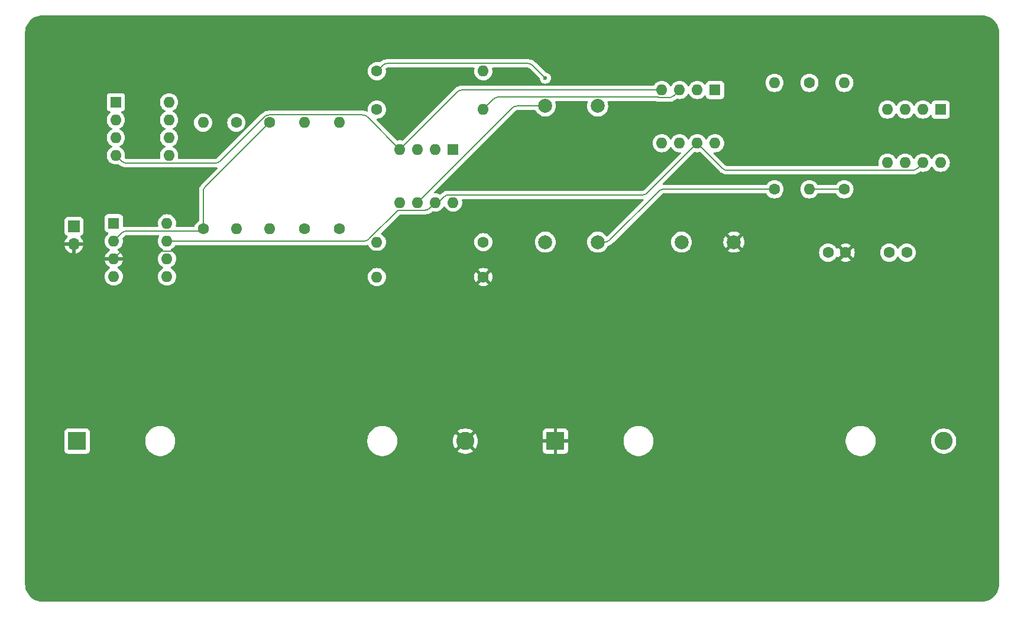
<source format=gbr>
%TF.GenerationSoftware,KiCad,Pcbnew,8.0.3*%
%TF.CreationDate,2024-07-09T16:52:22+05:30*%
%TF.ProjectId,ECG,4543472e-6b69-4636-9164-5f7063625858,rev?*%
%TF.SameCoordinates,Original*%
%TF.FileFunction,Copper,L2,Bot*%
%TF.FilePolarity,Positive*%
%FSLAX46Y46*%
G04 Gerber Fmt 4.6, Leading zero omitted, Abs format (unit mm)*
G04 Created by KiCad (PCBNEW 8.0.3) date 2024-07-09 16:52:22*
%MOMM*%
%LPD*%
G01*
G04 APERTURE LIST*
%TA.AperFunction,ComponentPad*%
%ADD10C,2.000000*%
%TD*%
%TA.AperFunction,ComponentPad*%
%ADD11C,1.600000*%
%TD*%
%TA.AperFunction,ComponentPad*%
%ADD12O,1.600000X1.600000*%
%TD*%
%TA.AperFunction,ComponentPad*%
%ADD13R,2.600000X2.600000*%
%TD*%
%TA.AperFunction,ComponentPad*%
%ADD14C,2.600000*%
%TD*%
%TA.AperFunction,ComponentPad*%
%ADD15R,1.600000X1.600000*%
%TD*%
%TA.AperFunction,ComponentPad*%
%ADD16R,1.700000X1.700000*%
%TD*%
%TA.AperFunction,ComponentPad*%
%ADD17O,1.700000X1.700000*%
%TD*%
%TA.AperFunction,ViaPad*%
%ADD18C,0.600000*%
%TD*%
%TA.AperFunction,Conductor*%
%ADD19C,0.200000*%
%TD*%
G04 APERTURE END LIST*
D10*
%TO.P,C3,1*%
%TO.N,Net-(C1-Pad2)*%
X161000000Y-97000000D03*
%TO.P,C3,2*%
%TO.N,Net-(U4-+)*%
X153500000Y-97000000D03*
%TD*%
D11*
%TO.P,R2,1*%
%TO.N,Net-(U1--)*%
X114000000Y-79880000D03*
D12*
%TO.P,R2,2*%
%TO.N,Net-(R2-Pad2)*%
X114000000Y-95120000D03*
%TD*%
D11*
%TO.P,R9,1*%
%TO.N,Net-(C2-Pad1)*%
X129380000Y-78000000D03*
D12*
%TO.P,R9,2*%
%TO.N,Net-(U4-+)*%
X144620000Y-78000000D03*
%TD*%
D10*
%TO.P,C2,1*%
%TO.N,Net-(C2-Pad1)*%
X173000000Y-97000000D03*
%TO.P,C2,2*%
%TO.N,GND*%
X180500000Y-97000000D03*
%TD*%
D13*
%TO.P,V3,1*%
%TO.N,GND*%
X154950000Y-125500000D03*
D14*
%TO.P,V3,2*%
%TO.N,Net-(U1-V-)*%
X210550000Y-125500000D03*
%TD*%
D11*
%TO.P,R8,1*%
%TO.N,Net-(C1-Pad1)*%
X129380000Y-72500000D03*
D12*
%TO.P,R8,2*%
%TO.N,Net-(C2-Pad1)*%
X144620000Y-72500000D03*
%TD*%
D15*
%TO.P,U1,1,NULL*%
%TO.N,unconnected-(U1-NULL-Pad1)*%
X91700000Y-94300000D03*
D12*
%TO.P,U1,2,-*%
%TO.N,Net-(U1--)*%
X91700000Y-96840000D03*
%TO.P,U1,3,+*%
%TO.N,GND*%
X91700000Y-99380000D03*
%TO.P,U1,4,V-*%
%TO.N,Net-(U1-V-)*%
X91700000Y-101920000D03*
%TO.P,U1,5,NULL*%
%TO.N,unconnected-(U1-NULL-Pad5)*%
X99320000Y-101920000D03*
%TO.P,U1,6*%
%TO.N,Net-(R2-Pad2)*%
X99320000Y-99380000D03*
%TO.P,U1,7,V+*%
%TO.N,Net-(U1-V+)*%
X99320000Y-96840000D03*
%TO.P,U1,8,NC*%
%TO.N,unconnected-(U1-NC-Pad8)*%
X99320000Y-94300000D03*
%TD*%
D11*
%TO.P,R11,1*%
%TO.N,Net-(U4--)*%
X191320000Y-74180000D03*
D12*
%TO.P,R11,2*%
%TO.N,Net-(C5-Pad2)*%
X191320000Y-89420000D03*
%TD*%
D11*
%TO.P,C4,1*%
%TO.N,Net-(U5-+)*%
X194000000Y-98500000D03*
%TO.P,C4,2*%
%TO.N,GND*%
X196500000Y-98500000D03*
%TD*%
%TO.P,R3,1*%
%TO.N,Net-(U2--)*%
X109250000Y-79880000D03*
D12*
%TO.P,R3,2*%
%TO.N,Net-(R3-Pad2)*%
X109250000Y-95120000D03*
%TD*%
D10*
%TO.P,C1,1*%
%TO.N,Net-(C1-Pad1)*%
X153500000Y-77500000D03*
%TO.P,C1,2*%
%TO.N,Net-(C1-Pad2)*%
X161000000Y-77500000D03*
%TD*%
D13*
%TO.P,V2,1*%
%TO.N,Net-(U1-V+)*%
X86450000Y-125500000D03*
D14*
%TO.P,V2,2*%
%TO.N,GND*%
X142050000Y-125500000D03*
%TD*%
D15*
%TO.P,U5,1,NULL*%
%TO.N,unconnected-(U5-NULL-Pad1)*%
X210120000Y-78000000D03*
D12*
%TO.P,U5,2,-*%
%TO.N,Net-(U5--)*%
X207580000Y-78000000D03*
%TO.P,U5,3,+*%
%TO.N,Net-(U5-+)*%
X205040000Y-78000000D03*
%TO.P,U5,4,V-*%
%TO.N,Net-(U1-V-)*%
X202500000Y-78000000D03*
%TO.P,U5,5,NULL*%
%TO.N,unconnected-(U5-NULL-Pad5)*%
X202500000Y-85620000D03*
%TO.P,U5,6*%
%TO.N,Net-(U5--)*%
X205040000Y-85620000D03*
%TO.P,U5,7,V+*%
%TO.N,Net-(U1-V+)*%
X207580000Y-85620000D03*
%TO.P,U5,8,NC*%
%TO.N,unconnected-(U5-NC-Pad8)*%
X210120000Y-85620000D03*
%TD*%
D11*
%TO.P,R6,1*%
%TO.N,GND*%
X144620000Y-102000000D03*
D12*
%TO.P,R6,2*%
%TO.N,Net-(U3-+)*%
X129380000Y-102000000D03*
%TD*%
D11*
%TO.P,R12,1*%
%TO.N,Net-(C5-Pad2)*%
X196320000Y-89420000D03*
D12*
%TO.P,R12,2*%
%TO.N,Net-(U5-+)*%
X196320000Y-74180000D03*
%TD*%
D15*
%TO.P,U4,1,NULL*%
%TO.N,unconnected-(U4-NULL-Pad1)*%
X177800000Y-75200000D03*
D12*
%TO.P,U4,2,-*%
%TO.N,Net-(U4--)*%
X175260000Y-75200000D03*
%TO.P,U4,3,+*%
%TO.N,Net-(U4-+)*%
X172720000Y-75200000D03*
%TO.P,U4,4,V-*%
%TO.N,Net-(U1-V-)*%
X170180000Y-75200000D03*
%TO.P,U4,5,NULL*%
%TO.N,unconnected-(U4-NULL-Pad5)*%
X170180000Y-82820000D03*
%TO.P,U4,6*%
%TO.N,Net-(U4--)*%
X172720000Y-82820000D03*
%TO.P,U4,7,V+*%
%TO.N,Net-(U1-V+)*%
X175260000Y-82820000D03*
%TO.P,U4,8,NC*%
%TO.N,unconnected-(U4-NC-Pad8)*%
X177800000Y-82820000D03*
%TD*%
D15*
%TO.P,U2,1,NULL*%
%TO.N,unconnected-(U2-NULL-Pad1)*%
X92000000Y-76960000D03*
D12*
%TO.P,U2,2,-*%
%TO.N,Net-(U2--)*%
X92000000Y-79500000D03*
%TO.P,U2,3,+*%
%TO.N,Net-(U2-+)*%
X92000000Y-82040000D03*
%TO.P,U2,4,V-*%
%TO.N,Net-(U1-V-)*%
X92000000Y-84580000D03*
%TO.P,U2,5,NULL*%
%TO.N,unconnected-(U2-NULL-Pad5)*%
X99620000Y-84580000D03*
%TO.P,U2,6*%
%TO.N,Net-(R3-Pad2)*%
X99620000Y-82040000D03*
%TO.P,U2,7,V+*%
%TO.N,Net-(U1-V+)*%
X99620000Y-79500000D03*
%TO.P,U2,8,NC*%
%TO.N,unconnected-(U2-NC-Pad8)*%
X99620000Y-76960000D03*
%TD*%
D16*
%TO.P,V1,1*%
%TO.N,Net-(U2-+)*%
X86000000Y-94725000D03*
D17*
%TO.P,V1,2*%
%TO.N,GND*%
X86000000Y-97265000D03*
%TD*%
D11*
%TO.P,R10,1*%
%TO.N,Net-(C1-Pad2)*%
X186320000Y-89420000D03*
D12*
%TO.P,R10,2*%
%TO.N,Net-(U4--)*%
X186320000Y-74180000D03*
%TD*%
D11*
%TO.P,R1,1*%
%TO.N,Net-(U1--)*%
X104500000Y-95120000D03*
D12*
%TO.P,R1,2*%
%TO.N,Net-(U2--)*%
X104500000Y-79880000D03*
%TD*%
D11*
%TO.P,C5,1*%
%TO.N,Net-(U5--)*%
X205250000Y-98500000D03*
%TO.P,C5,2*%
%TO.N,Net-(C5-Pad2)*%
X202750000Y-98500000D03*
%TD*%
%TO.P,R4,1*%
%TO.N,Net-(R2-Pad2)*%
X119000000Y-95120000D03*
D12*
%TO.P,R4,2*%
%TO.N,Net-(U3-+)*%
X119000000Y-79880000D03*
%TD*%
D15*
%TO.P,U3,1,NULL*%
%TO.N,unconnected-(U3-NULL-Pad1)*%
X140300000Y-83700000D03*
D12*
%TO.P,U3,2,-*%
%TO.N,Net-(U3--)*%
X137760000Y-83700000D03*
%TO.P,U3,3,+*%
%TO.N,Net-(U3-+)*%
X135220000Y-83700000D03*
%TO.P,U3,4,V-*%
%TO.N,Net-(U1-V-)*%
X132680000Y-83700000D03*
%TO.P,U3,5,NULL*%
%TO.N,unconnected-(U3-NULL-Pad5)*%
X132680000Y-91320000D03*
%TO.P,U3,6*%
%TO.N,Net-(C1-Pad1)*%
X135220000Y-91320000D03*
%TO.P,U3,7,V+*%
%TO.N,Net-(U1-V+)*%
X137760000Y-91320000D03*
%TO.P,U3,8,NC*%
%TO.N,unconnected-(U3-NC-Pad8)*%
X140300000Y-91320000D03*
%TD*%
D11*
%TO.P,R7,1*%
%TO.N,Net-(U3--)*%
X144620000Y-97000000D03*
D12*
%TO.P,R7,2*%
%TO.N,Net-(C1-Pad1)*%
X129380000Y-97000000D03*
%TD*%
D11*
%TO.P,R5,1*%
%TO.N,Net-(R3-Pad2)*%
X124000000Y-95120000D03*
D12*
%TO.P,R5,2*%
%TO.N,Net-(U3--)*%
X124000000Y-79880000D03*
%TD*%
D18*
%TO.N,Net-(C1-Pad1)*%
X153500000Y-73500000D03*
%TD*%
D19*
%TO.N,Net-(C1-Pad1)*%
X149454214Y-77500000D02*
X153500000Y-77500000D01*
X135220000Y-91320000D02*
X148747107Y-77792893D01*
X130894214Y-71400000D02*
X150985786Y-71400000D01*
X129380000Y-72500000D02*
X130187107Y-71692893D01*
X151692893Y-71692893D02*
X153500000Y-73500000D01*
X151692893Y-71692893D02*
G75*
G03*
X150985786Y-71400010I-707093J-707107D01*
G01*
X148747107Y-77792893D02*
G75*
G02*
X149454214Y-77500010I707093J-707107D01*
G01*
X130894214Y-71400000D02*
G75*
G03*
X130187100Y-71692886I-14J-1000000D01*
G01*
%TO.N,Net-(C1-Pad2)*%
X162707106Y-96707107D02*
X169701320Y-89712893D01*
X161000000Y-97000000D02*
X161999999Y-97000000D01*
X170408427Y-89420000D02*
X186320000Y-89420000D01*
X161999999Y-97000000D02*
G75*
G03*
X162707106Y-96707107I1J1000000D01*
G01*
X169701320Y-89712893D02*
G75*
G02*
X170408427Y-89420019I707080J-707107D01*
G01*
%TO.N,GND*%
X93214214Y-98280000D02*
X140485786Y-98280000D01*
X91700000Y-99380000D02*
X92507107Y-98572893D01*
X141192893Y-98572893D02*
X144620000Y-102000000D01*
X93214214Y-98280000D02*
G75*
G03*
X92507100Y-98572886I-14J-1000000D01*
G01*
X140485786Y-98280000D02*
G75*
G02*
X141192900Y-98572886I14J-1000000D01*
G01*
%TO.N,Net-(U4-+)*%
X146834214Y-76200000D02*
X169624365Y-76200000D01*
X171912893Y-76007107D02*
X172720000Y-75200000D01*
X169624365Y-76200000D02*
X169724365Y-76300000D01*
X144620000Y-78000000D02*
X146127107Y-76492893D01*
X169724365Y-76300000D02*
X171205786Y-76300000D01*
X146127107Y-76492893D02*
G75*
G02*
X146834214Y-76200010I707093J-707107D01*
G01*
X171912893Y-76007107D02*
G75*
G02*
X171205786Y-76299990I-707093J707107D01*
G01*
%TO.N,Net-(C5-Pad2)*%
X191320000Y-89420000D02*
X196320000Y-89420000D01*
%TO.N,Net-(U1--)*%
X104220000Y-95400000D02*
X104500000Y-95120000D01*
X104792893Y-89087107D02*
X114000000Y-79880000D01*
X104500000Y-95120000D02*
X104500000Y-89794214D01*
X91700000Y-96840000D02*
X92847107Y-95692893D01*
X93554214Y-95400000D02*
X104220000Y-95400000D01*
X92847107Y-95692893D02*
G75*
G02*
X93554214Y-95400010I707093J-707107D01*
G01*
X104500000Y-89794214D02*
G75*
G02*
X104792886Y-89087100I1000000J14D01*
G01*
%TO.N,Net-(U1-V+)*%
X168152893Y-89927107D02*
X175260000Y-82820000D01*
X139694214Y-90220000D02*
X167445786Y-90220000D01*
X206772893Y-86427107D02*
X207580000Y-85620000D01*
X179574214Y-86720000D02*
X206065786Y-86720000D01*
X138180000Y-91320000D02*
X138987107Y-90512893D01*
X99320000Y-96840000D02*
X127570151Y-96840000D01*
X137760000Y-91320000D02*
X138180000Y-91320000D01*
X136952893Y-92127107D02*
X137760000Y-91320000D01*
X132404365Y-92420000D02*
X136245786Y-92420000D01*
X175260000Y-82820000D02*
X178867107Y-86427107D01*
X128277258Y-96547107D02*
X132404365Y-92420000D01*
X138987107Y-90512893D02*
G75*
G02*
X139694214Y-90220010I707093J-707107D01*
G01*
X136952893Y-92127107D02*
G75*
G02*
X136245786Y-92419990I-707093J707107D01*
G01*
X178867107Y-86427107D02*
G75*
G03*
X179574214Y-86719990I707093J707107D01*
G01*
X128277258Y-96547107D02*
G75*
G02*
X127570151Y-96839966I-707058J707107D01*
G01*
X206772893Y-86427107D02*
G75*
G02*
X206065786Y-86719990I-707093J707107D01*
G01*
X167445786Y-90220000D02*
G75*
G03*
X168152900Y-89927114I14J1000000D01*
G01*
%TO.N,Net-(U1-V-)*%
X128052893Y-79072893D02*
X132680000Y-83700000D01*
X92000000Y-84580000D02*
X92807107Y-85387107D01*
X93514214Y-85680000D02*
X106230151Y-85680000D01*
X132680000Y-83700000D02*
X140887107Y-75492893D01*
X106937258Y-85387107D02*
X113251472Y-79072893D01*
X113958579Y-78780000D02*
X127345786Y-78780000D01*
X141594214Y-75200000D02*
X170180000Y-75200000D01*
X93514214Y-85680000D02*
G75*
G02*
X92807100Y-85387114I-14J1000000D01*
G01*
X128052893Y-79072893D02*
G75*
G03*
X127345786Y-78780010I-707093J-707107D01*
G01*
X113251472Y-79072893D02*
G75*
G02*
X113958579Y-78779985I707128J-707107D01*
G01*
X140887107Y-75492893D02*
G75*
G02*
X141594214Y-75200010I707093J-707107D01*
G01*
X106230151Y-85680000D02*
G75*
G03*
X106937282Y-85387131I49J1000000D01*
G01*
%TD*%
%TA.AperFunction,Conductor*%
%TO.N,GND*%
G36*
X216003736Y-64500726D02*
G01*
X216293796Y-64518271D01*
X216308659Y-64520076D01*
X216590798Y-64571780D01*
X216605335Y-64575363D01*
X216879172Y-64660695D01*
X216893163Y-64666000D01*
X217154743Y-64783727D01*
X217167989Y-64790680D01*
X217413465Y-64939075D01*
X217425776Y-64947573D01*
X217651573Y-65124473D01*
X217662781Y-65134403D01*
X217865596Y-65337218D01*
X217875526Y-65348426D01*
X217995481Y-65501538D01*
X218052422Y-65574217D01*
X218060928Y-65586540D01*
X218209316Y-65832004D01*
X218216275Y-65845263D01*
X218333997Y-66106831D01*
X218339306Y-66120832D01*
X218424635Y-66394663D01*
X218428219Y-66409201D01*
X218479923Y-66691340D01*
X218481728Y-66706205D01*
X218499274Y-66996263D01*
X218499500Y-67003750D01*
X218499500Y-145996249D01*
X218499274Y-146003736D01*
X218481728Y-146293794D01*
X218479923Y-146308659D01*
X218428219Y-146590798D01*
X218424635Y-146605336D01*
X218339306Y-146879167D01*
X218333997Y-146893168D01*
X218216275Y-147154736D01*
X218209316Y-147167995D01*
X218060928Y-147413459D01*
X218052422Y-147425782D01*
X217875526Y-147651573D01*
X217865596Y-147662781D01*
X217662781Y-147865596D01*
X217651573Y-147875526D01*
X217425782Y-148052422D01*
X217413459Y-148060928D01*
X217167995Y-148209316D01*
X217154736Y-148216275D01*
X216893168Y-148333997D01*
X216879167Y-148339306D01*
X216605336Y-148424635D01*
X216590798Y-148428219D01*
X216308659Y-148479923D01*
X216293794Y-148481728D01*
X216003736Y-148499274D01*
X215996249Y-148499500D01*
X81503751Y-148499500D01*
X81496264Y-148499274D01*
X81206205Y-148481728D01*
X81191340Y-148479923D01*
X80909201Y-148428219D01*
X80894663Y-148424635D01*
X80620832Y-148339306D01*
X80606831Y-148333997D01*
X80345263Y-148216275D01*
X80332004Y-148209316D01*
X80086540Y-148060928D01*
X80074217Y-148052422D01*
X79848426Y-147875526D01*
X79837218Y-147865596D01*
X79634403Y-147662781D01*
X79624473Y-147651573D01*
X79447573Y-147425776D01*
X79439075Y-147413465D01*
X79290680Y-147167989D01*
X79283727Y-147154743D01*
X79166000Y-146893163D01*
X79160693Y-146879167D01*
X79075364Y-146605336D01*
X79071780Y-146590798D01*
X79020076Y-146308659D01*
X79018271Y-146293794D01*
X79000726Y-146003736D01*
X79000500Y-145996249D01*
X79000500Y-124152135D01*
X84649500Y-124152135D01*
X84649500Y-126847870D01*
X84649501Y-126847876D01*
X84655908Y-126907483D01*
X84706202Y-127042328D01*
X84706206Y-127042335D01*
X84792452Y-127157544D01*
X84792455Y-127157547D01*
X84907664Y-127243793D01*
X84907671Y-127243797D01*
X85042517Y-127294091D01*
X85042516Y-127294091D01*
X85049444Y-127294835D01*
X85102127Y-127300500D01*
X87797872Y-127300499D01*
X87857483Y-127294091D01*
X87992331Y-127243796D01*
X88107546Y-127157546D01*
X88193796Y-127042331D01*
X88244091Y-126907483D01*
X88250500Y-126847873D01*
X88250499Y-125359041D01*
X96199500Y-125359041D01*
X96199500Y-125640958D01*
X96236295Y-125920439D01*
X96309259Y-126192743D01*
X96417135Y-126453179D01*
X96417140Y-126453190D01*
X96558083Y-126697309D01*
X96558088Y-126697317D01*
X96673617Y-126847876D01*
X96729704Y-126920970D01*
X96929029Y-127120295D01*
X96929033Y-127120298D01*
X96929035Y-127120300D01*
X97152683Y-127291912D01*
X97152690Y-127291916D01*
X97396809Y-127432859D01*
X97396814Y-127432861D01*
X97396817Y-127432863D01*
X97657261Y-127540742D01*
X97929558Y-127613704D01*
X98209049Y-127650500D01*
X98209056Y-127650500D01*
X98490944Y-127650500D01*
X98490951Y-127650500D01*
X98770442Y-127613704D01*
X99042739Y-127540742D01*
X99303183Y-127432863D01*
X99547317Y-127291912D01*
X99770965Y-127120300D01*
X99970300Y-126920965D01*
X100141912Y-126697317D01*
X100282863Y-126453183D01*
X100390742Y-126192739D01*
X100463704Y-125920442D01*
X100500500Y-125640951D01*
X100500500Y-125359049D01*
X100500499Y-125359041D01*
X127999500Y-125359041D01*
X127999500Y-125640958D01*
X128036295Y-125920439D01*
X128109259Y-126192743D01*
X128217135Y-126453179D01*
X128217140Y-126453190D01*
X128358083Y-126697309D01*
X128358088Y-126697317D01*
X128473617Y-126847876D01*
X128529704Y-126920970D01*
X128729029Y-127120295D01*
X128729033Y-127120298D01*
X128729035Y-127120300D01*
X128952683Y-127291912D01*
X128952690Y-127291916D01*
X129196809Y-127432859D01*
X129196814Y-127432861D01*
X129196817Y-127432863D01*
X129457261Y-127540742D01*
X129729558Y-127613704D01*
X130009049Y-127650500D01*
X130009056Y-127650500D01*
X130290944Y-127650500D01*
X130290951Y-127650500D01*
X130570442Y-127613704D01*
X130842739Y-127540742D01*
X131103183Y-127432863D01*
X131347317Y-127291912D01*
X131570965Y-127120300D01*
X131770300Y-126920965D01*
X131941912Y-126697317D01*
X132082863Y-126453183D01*
X132190742Y-126192739D01*
X132263704Y-125920442D01*
X132300500Y-125640951D01*
X132300500Y-125499995D01*
X140244953Y-125499995D01*
X140244953Y-125500004D01*
X140265113Y-125769026D01*
X140265113Y-125769028D01*
X140325142Y-126032033D01*
X140325148Y-126032052D01*
X140423709Y-126283181D01*
X140423708Y-126283181D01*
X140558602Y-126516822D01*
X140612294Y-126584151D01*
X140612295Y-126584151D01*
X141334153Y-125862293D01*
X141341049Y-125878942D01*
X141428599Y-126009970D01*
X141540030Y-126121401D01*
X141671058Y-126208951D01*
X141687705Y-126215846D01*
X140964848Y-126938702D01*
X141147483Y-127063220D01*
X141147485Y-127063221D01*
X141390539Y-127180269D01*
X141390537Y-127180269D01*
X141648337Y-127259790D01*
X141648343Y-127259792D01*
X141915101Y-127299999D01*
X141915110Y-127300000D01*
X142184890Y-127300000D01*
X142184898Y-127299999D01*
X142451656Y-127259792D01*
X142451662Y-127259790D01*
X142709461Y-127180269D01*
X142952521Y-127063218D01*
X143135150Y-126938702D01*
X142412294Y-126215846D01*
X142428942Y-126208951D01*
X142559970Y-126121401D01*
X142671401Y-126009970D01*
X142758951Y-125878942D01*
X142765846Y-125862294D01*
X143487703Y-126584151D01*
X143487704Y-126584150D01*
X143541393Y-126516828D01*
X143541400Y-126516817D01*
X143676290Y-126283181D01*
X143774851Y-126032052D01*
X143774857Y-126032033D01*
X143834886Y-125769028D01*
X143834886Y-125769026D01*
X143855047Y-125500004D01*
X143855047Y-125499995D01*
X143834886Y-125230973D01*
X143834886Y-125230971D01*
X143774857Y-124967966D01*
X143774851Y-124967947D01*
X143676290Y-124716818D01*
X143676291Y-124716818D01*
X143541397Y-124483177D01*
X143487704Y-124415847D01*
X142765846Y-125137705D01*
X142758951Y-125121058D01*
X142671401Y-124990030D01*
X142559970Y-124878599D01*
X142428942Y-124791049D01*
X142412294Y-124784153D01*
X143044291Y-124152155D01*
X153150000Y-124152155D01*
X153150000Y-125250000D01*
X154187639Y-125250000D01*
X154180743Y-125266649D01*
X154150000Y-125421207D01*
X154150000Y-125578793D01*
X154180743Y-125733351D01*
X154187639Y-125750000D01*
X153150000Y-125750000D01*
X153150000Y-126847844D01*
X153156401Y-126907372D01*
X153156403Y-126907379D01*
X153206645Y-127042086D01*
X153206649Y-127042093D01*
X153292809Y-127157187D01*
X153292812Y-127157190D01*
X153407906Y-127243350D01*
X153407913Y-127243354D01*
X153542620Y-127293596D01*
X153542627Y-127293598D01*
X153602155Y-127299999D01*
X153602172Y-127300000D01*
X154700000Y-127300000D01*
X154700000Y-126262360D01*
X154716649Y-126269257D01*
X154871207Y-126300000D01*
X155028793Y-126300000D01*
X155183351Y-126269257D01*
X155200000Y-126262360D01*
X155200000Y-127300000D01*
X156297828Y-127300000D01*
X156297844Y-127299999D01*
X156357372Y-127293598D01*
X156357379Y-127293596D01*
X156492086Y-127243354D01*
X156492093Y-127243350D01*
X156607187Y-127157190D01*
X156607190Y-127157187D01*
X156693350Y-127042093D01*
X156693354Y-127042086D01*
X156743596Y-126907379D01*
X156743598Y-126907372D01*
X156749999Y-126847844D01*
X156750000Y-126847827D01*
X156750000Y-125750000D01*
X155712361Y-125750000D01*
X155719257Y-125733351D01*
X155750000Y-125578793D01*
X155750000Y-125421207D01*
X155737635Y-125359041D01*
X164699500Y-125359041D01*
X164699500Y-125640958D01*
X164736295Y-125920439D01*
X164809259Y-126192743D01*
X164917135Y-126453179D01*
X164917140Y-126453190D01*
X165058083Y-126697309D01*
X165058088Y-126697317D01*
X165173617Y-126847876D01*
X165229704Y-126920970D01*
X165429029Y-127120295D01*
X165429033Y-127120298D01*
X165429035Y-127120300D01*
X165652683Y-127291912D01*
X165652690Y-127291916D01*
X165896809Y-127432859D01*
X165896814Y-127432861D01*
X165896817Y-127432863D01*
X166157261Y-127540742D01*
X166429558Y-127613704D01*
X166709049Y-127650500D01*
X166709056Y-127650500D01*
X166990944Y-127650500D01*
X166990951Y-127650500D01*
X167270442Y-127613704D01*
X167542739Y-127540742D01*
X167803183Y-127432863D01*
X168047317Y-127291912D01*
X168270965Y-127120300D01*
X168470300Y-126920965D01*
X168641912Y-126697317D01*
X168782863Y-126453183D01*
X168890742Y-126192739D01*
X168963704Y-125920442D01*
X169000500Y-125640951D01*
X169000500Y-125359049D01*
X169000499Y-125359041D01*
X196499500Y-125359041D01*
X196499500Y-125640958D01*
X196536295Y-125920439D01*
X196609259Y-126192743D01*
X196717135Y-126453179D01*
X196717140Y-126453190D01*
X196858083Y-126697309D01*
X196858088Y-126697317D01*
X196973617Y-126847876D01*
X197029704Y-126920970D01*
X197229029Y-127120295D01*
X197229033Y-127120298D01*
X197229035Y-127120300D01*
X197452683Y-127291912D01*
X197452690Y-127291916D01*
X197696809Y-127432859D01*
X197696814Y-127432861D01*
X197696817Y-127432863D01*
X197957261Y-127540742D01*
X198229558Y-127613704D01*
X198509049Y-127650500D01*
X198509056Y-127650500D01*
X198790944Y-127650500D01*
X198790951Y-127650500D01*
X199070442Y-127613704D01*
X199342739Y-127540742D01*
X199603183Y-127432863D01*
X199847317Y-127291912D01*
X200070965Y-127120300D01*
X200270300Y-126920965D01*
X200441912Y-126697317D01*
X200582863Y-126453183D01*
X200690742Y-126192739D01*
X200763704Y-125920442D01*
X200800500Y-125640951D01*
X200800500Y-125499995D01*
X208744451Y-125499995D01*
X208744451Y-125500004D01*
X208764616Y-125769101D01*
X208824664Y-126032188D01*
X208824666Y-126032195D01*
X208887675Y-126192739D01*
X208923257Y-126283398D01*
X209058185Y-126517102D01*
X209111655Y-126584151D01*
X209226442Y-126728089D01*
X209413183Y-126901358D01*
X209424259Y-126911635D01*
X209647226Y-127063651D01*
X209890359Y-127180738D01*
X210148228Y-127260280D01*
X210148229Y-127260280D01*
X210148232Y-127260281D01*
X210415063Y-127300499D01*
X210415068Y-127300499D01*
X210415071Y-127300500D01*
X210415072Y-127300500D01*
X210684928Y-127300500D01*
X210684929Y-127300500D01*
X210684936Y-127300499D01*
X210951767Y-127260281D01*
X210951768Y-127260280D01*
X210951772Y-127260280D01*
X211209641Y-127180738D01*
X211452775Y-127063651D01*
X211675741Y-126911635D01*
X211873561Y-126728085D01*
X212041815Y-126517102D01*
X212176743Y-126283398D01*
X212275334Y-126032195D01*
X212335383Y-125769103D01*
X212344987Y-125640944D01*
X212355549Y-125500004D01*
X212355549Y-125499995D01*
X212338062Y-125266649D01*
X212335383Y-125230897D01*
X212275334Y-124967805D01*
X212176743Y-124716602D01*
X212041815Y-124482898D01*
X211873561Y-124271915D01*
X211873560Y-124271914D01*
X211873557Y-124271910D01*
X211675741Y-124088365D01*
X211636038Y-124061296D01*
X211452775Y-123936349D01*
X211452769Y-123936346D01*
X211452768Y-123936345D01*
X211452767Y-123936344D01*
X211209643Y-123819263D01*
X211209645Y-123819263D01*
X210951773Y-123739720D01*
X210951767Y-123739718D01*
X210684936Y-123699500D01*
X210684929Y-123699500D01*
X210415071Y-123699500D01*
X210415063Y-123699500D01*
X210148232Y-123739718D01*
X210148226Y-123739720D01*
X209890358Y-123819262D01*
X209647230Y-123936346D01*
X209424258Y-124088365D01*
X209226442Y-124271910D01*
X209058185Y-124482898D01*
X208923258Y-124716599D01*
X208923256Y-124716603D01*
X208824666Y-124967804D01*
X208824664Y-124967811D01*
X208764616Y-125230898D01*
X208744451Y-125499995D01*
X200800500Y-125499995D01*
X200800500Y-125359049D01*
X200763704Y-125079558D01*
X200690742Y-124807261D01*
X200582863Y-124546817D01*
X200582861Y-124546814D01*
X200582859Y-124546809D01*
X200441916Y-124302690D01*
X200441912Y-124302683D01*
X200270300Y-124079035D01*
X200270298Y-124079033D01*
X200270295Y-124079029D01*
X200070970Y-123879704D01*
X200070965Y-123879700D01*
X199847317Y-123708088D01*
X199847311Y-123708084D01*
X199847309Y-123708083D01*
X199603190Y-123567140D01*
X199603179Y-123567135D01*
X199342743Y-123459259D01*
X199070439Y-123386295D01*
X198790958Y-123349500D01*
X198790951Y-123349500D01*
X198509049Y-123349500D01*
X198509041Y-123349500D01*
X198229560Y-123386295D01*
X197957256Y-123459259D01*
X197696820Y-123567135D01*
X197696809Y-123567140D01*
X197452690Y-123708083D01*
X197452682Y-123708089D01*
X197229029Y-123879704D01*
X197029704Y-124079029D01*
X196858089Y-124302682D01*
X196858083Y-124302690D01*
X196717140Y-124546809D01*
X196717135Y-124546820D01*
X196609259Y-124807256D01*
X196536295Y-125079560D01*
X196499500Y-125359041D01*
X169000499Y-125359041D01*
X168963704Y-125079558D01*
X168890742Y-124807261D01*
X168782863Y-124546817D01*
X168782861Y-124546814D01*
X168782859Y-124546809D01*
X168641916Y-124302690D01*
X168641912Y-124302683D01*
X168470300Y-124079035D01*
X168470298Y-124079033D01*
X168470295Y-124079029D01*
X168270970Y-123879704D01*
X168270965Y-123879700D01*
X168047317Y-123708088D01*
X168047311Y-123708084D01*
X168047309Y-123708083D01*
X167803190Y-123567140D01*
X167803179Y-123567135D01*
X167542743Y-123459259D01*
X167270439Y-123386295D01*
X166990958Y-123349500D01*
X166990951Y-123349500D01*
X166709049Y-123349500D01*
X166709041Y-123349500D01*
X166429560Y-123386295D01*
X166157256Y-123459259D01*
X165896820Y-123567135D01*
X165896809Y-123567140D01*
X165652690Y-123708083D01*
X165652682Y-123708089D01*
X165429029Y-123879704D01*
X165229704Y-124079029D01*
X165058089Y-124302682D01*
X165058083Y-124302690D01*
X164917140Y-124546809D01*
X164917135Y-124546820D01*
X164809259Y-124807256D01*
X164736295Y-125079560D01*
X164699500Y-125359041D01*
X155737635Y-125359041D01*
X155719257Y-125266649D01*
X155712361Y-125250000D01*
X156750000Y-125250000D01*
X156750000Y-124152172D01*
X156749999Y-124152155D01*
X156743598Y-124092627D01*
X156743596Y-124092620D01*
X156693354Y-123957913D01*
X156693350Y-123957906D01*
X156607190Y-123842812D01*
X156607187Y-123842809D01*
X156492093Y-123756649D01*
X156492086Y-123756645D01*
X156357379Y-123706403D01*
X156357372Y-123706401D01*
X156297844Y-123700000D01*
X155200000Y-123700000D01*
X155200000Y-124737639D01*
X155183351Y-124730743D01*
X155028793Y-124700000D01*
X154871207Y-124700000D01*
X154716649Y-124730743D01*
X154700000Y-124737639D01*
X154700000Y-123700000D01*
X153602155Y-123700000D01*
X153542627Y-123706401D01*
X153542620Y-123706403D01*
X153407913Y-123756645D01*
X153407906Y-123756649D01*
X153292812Y-123842809D01*
X153292809Y-123842812D01*
X153206649Y-123957906D01*
X153206645Y-123957913D01*
X153156403Y-124092620D01*
X153156401Y-124092627D01*
X153150000Y-124152155D01*
X143044291Y-124152155D01*
X143135150Y-124061296D01*
X142952517Y-123936779D01*
X142952516Y-123936778D01*
X142709460Y-123819730D01*
X142709462Y-123819730D01*
X142451662Y-123740209D01*
X142451656Y-123740207D01*
X142184898Y-123700000D01*
X141915101Y-123700000D01*
X141648343Y-123740207D01*
X141648337Y-123740209D01*
X141390538Y-123819730D01*
X141147485Y-123936778D01*
X141147476Y-123936783D01*
X140964848Y-124061296D01*
X141687705Y-124784153D01*
X141671058Y-124791049D01*
X141540030Y-124878599D01*
X141428599Y-124990030D01*
X141341049Y-125121058D01*
X141334153Y-125137705D01*
X140612295Y-124415848D01*
X140558600Y-124483180D01*
X140423709Y-124716818D01*
X140325148Y-124967947D01*
X140325142Y-124967966D01*
X140265113Y-125230971D01*
X140265113Y-125230973D01*
X140244953Y-125499995D01*
X132300500Y-125499995D01*
X132300500Y-125359049D01*
X132263704Y-125079558D01*
X132190742Y-124807261D01*
X132082863Y-124546817D01*
X132082861Y-124546814D01*
X132082859Y-124546809D01*
X131941916Y-124302690D01*
X131941912Y-124302683D01*
X131770300Y-124079035D01*
X131770298Y-124079033D01*
X131770295Y-124079029D01*
X131570970Y-123879704D01*
X131570965Y-123879700D01*
X131347317Y-123708088D01*
X131347311Y-123708084D01*
X131347309Y-123708083D01*
X131103190Y-123567140D01*
X131103179Y-123567135D01*
X130842743Y-123459259D01*
X130570439Y-123386295D01*
X130290958Y-123349500D01*
X130290951Y-123349500D01*
X130009049Y-123349500D01*
X130009041Y-123349500D01*
X129729560Y-123386295D01*
X129457256Y-123459259D01*
X129196820Y-123567135D01*
X129196809Y-123567140D01*
X128952690Y-123708083D01*
X128952682Y-123708089D01*
X128729029Y-123879704D01*
X128529704Y-124079029D01*
X128358089Y-124302682D01*
X128358083Y-124302690D01*
X128217140Y-124546809D01*
X128217135Y-124546820D01*
X128109259Y-124807256D01*
X128036295Y-125079560D01*
X127999500Y-125359041D01*
X100500499Y-125359041D01*
X100463704Y-125079558D01*
X100390742Y-124807261D01*
X100282863Y-124546817D01*
X100282861Y-124546814D01*
X100282859Y-124546809D01*
X100141916Y-124302690D01*
X100141912Y-124302683D01*
X99970300Y-124079035D01*
X99970298Y-124079033D01*
X99970295Y-124079029D01*
X99770970Y-123879704D01*
X99770965Y-123879700D01*
X99547317Y-123708088D01*
X99547311Y-123708084D01*
X99547309Y-123708083D01*
X99303190Y-123567140D01*
X99303179Y-123567135D01*
X99042743Y-123459259D01*
X98770439Y-123386295D01*
X98490958Y-123349500D01*
X98490951Y-123349500D01*
X98209049Y-123349500D01*
X98209041Y-123349500D01*
X97929560Y-123386295D01*
X97657256Y-123459259D01*
X97396820Y-123567135D01*
X97396809Y-123567140D01*
X97152690Y-123708083D01*
X97152682Y-123708089D01*
X96929029Y-123879704D01*
X96729704Y-124079029D01*
X96558089Y-124302682D01*
X96558083Y-124302690D01*
X96417140Y-124546809D01*
X96417135Y-124546820D01*
X96309259Y-124807256D01*
X96236295Y-125079560D01*
X96199500Y-125359041D01*
X88250499Y-125359041D01*
X88250499Y-124152128D01*
X88244091Y-124092517D01*
X88242542Y-124088365D01*
X88193797Y-123957671D01*
X88193793Y-123957664D01*
X88107547Y-123842455D01*
X88107544Y-123842452D01*
X87992335Y-123756206D01*
X87992328Y-123756202D01*
X87857482Y-123705908D01*
X87857483Y-123705908D01*
X87797883Y-123699501D01*
X87797881Y-123699500D01*
X87797873Y-123699500D01*
X87797864Y-123699500D01*
X85102129Y-123699500D01*
X85102123Y-123699501D01*
X85042516Y-123705908D01*
X84907671Y-123756202D01*
X84907664Y-123756206D01*
X84792455Y-123842452D01*
X84792452Y-123842455D01*
X84706206Y-123957664D01*
X84706202Y-123957671D01*
X84655908Y-124092517D01*
X84649501Y-124152116D01*
X84649501Y-124152123D01*
X84649500Y-124152135D01*
X79000500Y-124152135D01*
X79000500Y-93827135D01*
X84649500Y-93827135D01*
X84649500Y-95622870D01*
X84649501Y-95622876D01*
X84655908Y-95682483D01*
X84706202Y-95817328D01*
X84706206Y-95817335D01*
X84792452Y-95932544D01*
X84792455Y-95932547D01*
X84907664Y-96018793D01*
X84907671Y-96018797D01*
X84931861Y-96027819D01*
X85039598Y-96068002D01*
X85095531Y-96109873D01*
X85119949Y-96175337D01*
X85105098Y-96243610D01*
X85083947Y-96271865D01*
X84961886Y-96393926D01*
X84826400Y-96587420D01*
X84826399Y-96587422D01*
X84726570Y-96801507D01*
X84726567Y-96801513D01*
X84669364Y-97014999D01*
X84669364Y-97015000D01*
X85566988Y-97015000D01*
X85534075Y-97072007D01*
X85500000Y-97199174D01*
X85500000Y-97330826D01*
X85534075Y-97457993D01*
X85566988Y-97515000D01*
X84669364Y-97515000D01*
X84726567Y-97728486D01*
X84726570Y-97728492D01*
X84826399Y-97942578D01*
X84961894Y-98136082D01*
X85128917Y-98303105D01*
X85322421Y-98438600D01*
X85536507Y-98538429D01*
X85536516Y-98538433D01*
X85750000Y-98595634D01*
X85750000Y-97698012D01*
X85807007Y-97730925D01*
X85934174Y-97765000D01*
X86065826Y-97765000D01*
X86192993Y-97730925D01*
X86250000Y-97698012D01*
X86250000Y-98595633D01*
X86463483Y-98538433D01*
X86463492Y-98538429D01*
X86677578Y-98438600D01*
X86871082Y-98303105D01*
X87038105Y-98136082D01*
X87173600Y-97942578D01*
X87273429Y-97728492D01*
X87273432Y-97728486D01*
X87330636Y-97515000D01*
X86433012Y-97515000D01*
X86465925Y-97457993D01*
X86500000Y-97330826D01*
X86500000Y-97199174D01*
X86465925Y-97072007D01*
X86433012Y-97015000D01*
X87330636Y-97015000D01*
X87330635Y-97014999D01*
X87283744Y-96839998D01*
X90394532Y-96839998D01*
X90394532Y-96840001D01*
X90414364Y-97066686D01*
X90414366Y-97066697D01*
X90473258Y-97286488D01*
X90473261Y-97286497D01*
X90569431Y-97492732D01*
X90569432Y-97492734D01*
X90699954Y-97679141D01*
X90860858Y-97840045D01*
X90860861Y-97840047D01*
X91047266Y-97970568D01*
X91105865Y-97997893D01*
X91158305Y-98044065D01*
X91177457Y-98111258D01*
X91157242Y-98178139D01*
X91105867Y-98222657D01*
X91047515Y-98249867D01*
X90861179Y-98380342D01*
X90700342Y-98541179D01*
X90569865Y-98727517D01*
X90473734Y-98933673D01*
X90473730Y-98933682D01*
X90421127Y-99129999D01*
X90421128Y-99130000D01*
X91384314Y-99130000D01*
X91379920Y-99134394D01*
X91327259Y-99225606D01*
X91300000Y-99327339D01*
X91300000Y-99432661D01*
X91327259Y-99534394D01*
X91379920Y-99625606D01*
X91384314Y-99630000D01*
X90421128Y-99630000D01*
X90473730Y-99826317D01*
X90473734Y-99826326D01*
X90569865Y-100032482D01*
X90700342Y-100218820D01*
X90861179Y-100379657D01*
X91047518Y-100510134D01*
X91047520Y-100510135D01*
X91105865Y-100537342D01*
X91158305Y-100583514D01*
X91177457Y-100650707D01*
X91157242Y-100717589D01*
X91105867Y-100762105D01*
X91047268Y-100789431D01*
X91047264Y-100789433D01*
X90860858Y-100919954D01*
X90699954Y-101080858D01*
X90569432Y-101267265D01*
X90569431Y-101267267D01*
X90473261Y-101473502D01*
X90473258Y-101473511D01*
X90414366Y-101693302D01*
X90414364Y-101693313D01*
X90394532Y-101919998D01*
X90394532Y-101920001D01*
X90414364Y-102146686D01*
X90414366Y-102146697D01*
X90473258Y-102366488D01*
X90473261Y-102366497D01*
X90569431Y-102572732D01*
X90569432Y-102572734D01*
X90699954Y-102759141D01*
X90860858Y-102920045D01*
X90860861Y-102920047D01*
X91047266Y-103050568D01*
X91253504Y-103146739D01*
X91473308Y-103205635D01*
X91635230Y-103219801D01*
X91699998Y-103225468D01*
X91700000Y-103225468D01*
X91700002Y-103225468D01*
X91756673Y-103220509D01*
X91926692Y-103205635D01*
X92146496Y-103146739D01*
X92352734Y-103050568D01*
X92539139Y-102920047D01*
X92700047Y-102759139D01*
X92830568Y-102572734D01*
X92926739Y-102366496D01*
X92985635Y-102146692D01*
X93005468Y-101920000D01*
X92985635Y-101693308D01*
X92926739Y-101473504D01*
X92830568Y-101267266D01*
X92700047Y-101080861D01*
X92700045Y-101080858D01*
X92539141Y-100919954D01*
X92352734Y-100789432D01*
X92352732Y-100789431D01*
X92319072Y-100773735D01*
X92294132Y-100762105D01*
X92241694Y-100715934D01*
X92222542Y-100648740D01*
X92242758Y-100581859D01*
X92294134Y-100537341D01*
X92352484Y-100510132D01*
X92538820Y-100379657D01*
X92699657Y-100218820D01*
X92830134Y-100032482D01*
X92926265Y-99826326D01*
X92926269Y-99826317D01*
X92978872Y-99630000D01*
X92015686Y-99630000D01*
X92020080Y-99625606D01*
X92072741Y-99534394D01*
X92100000Y-99432661D01*
X92100000Y-99327339D01*
X92072741Y-99225606D01*
X92020080Y-99134394D01*
X92015686Y-99130000D01*
X92978872Y-99130000D01*
X92978872Y-99129999D01*
X92926269Y-98933682D01*
X92926265Y-98933673D01*
X92830134Y-98727517D01*
X92699657Y-98541179D01*
X92538820Y-98380342D01*
X92352482Y-98249865D01*
X92294133Y-98222657D01*
X92241694Y-98176484D01*
X92222542Y-98109291D01*
X92242758Y-98042410D01*
X92294129Y-97997895D01*
X92352734Y-97970568D01*
X92539139Y-97840047D01*
X92700047Y-97679139D01*
X92830568Y-97492734D01*
X92926739Y-97286496D01*
X92985635Y-97066692D01*
X93005468Y-96840000D01*
X93002581Y-96807007D01*
X92997784Y-96752175D01*
X92985635Y-96613308D01*
X92959847Y-96517066D01*
X92961510Y-96447217D01*
X92991939Y-96397294D01*
X93265974Y-96123259D01*
X93278155Y-96112577D01*
X93341509Y-96063965D01*
X93369537Y-96047783D01*
X93435731Y-96020366D01*
X93466994Y-96011990D01*
X93546222Y-96001561D01*
X93562405Y-96000500D01*
X93627119Y-96000501D01*
X93627123Y-96000500D01*
X98082488Y-96000500D01*
X98149527Y-96020185D01*
X98195282Y-96072989D01*
X98205226Y-96142147D01*
X98191363Y-96182193D01*
X98191720Y-96182360D01*
X98190112Y-96185806D01*
X98189870Y-96186508D01*
X98189432Y-96187266D01*
X98093261Y-96393502D01*
X98093258Y-96393511D01*
X98034366Y-96613302D01*
X98034364Y-96613313D01*
X98014532Y-96839998D01*
X98014532Y-96840001D01*
X98034364Y-97066686D01*
X98034366Y-97066697D01*
X98093258Y-97286488D01*
X98093261Y-97286497D01*
X98189431Y-97492732D01*
X98189432Y-97492734D01*
X98319954Y-97679141D01*
X98480858Y-97840045D01*
X98480861Y-97840047D01*
X98667266Y-97970568D01*
X98725275Y-97997618D01*
X98777714Y-98043791D01*
X98796866Y-98110984D01*
X98776650Y-98177865D01*
X98725275Y-98222381D01*
X98715933Y-98226738D01*
X98667267Y-98249431D01*
X98667265Y-98249432D01*
X98480858Y-98379954D01*
X98319954Y-98540858D01*
X98189432Y-98727265D01*
X98189431Y-98727267D01*
X98093261Y-98933502D01*
X98093258Y-98933511D01*
X98034366Y-99153302D01*
X98034364Y-99153313D01*
X98014532Y-99379998D01*
X98014532Y-99380001D01*
X98034364Y-99606686D01*
X98034366Y-99606697D01*
X98093258Y-99826488D01*
X98093261Y-99826497D01*
X98189431Y-100032732D01*
X98189432Y-100032734D01*
X98319954Y-100219141D01*
X98480858Y-100380045D01*
X98480861Y-100380047D01*
X98667266Y-100510568D01*
X98724681Y-100537341D01*
X98725275Y-100537618D01*
X98777714Y-100583791D01*
X98796866Y-100650984D01*
X98776650Y-100717865D01*
X98725275Y-100762382D01*
X98667267Y-100789431D01*
X98667265Y-100789432D01*
X98480858Y-100919954D01*
X98319954Y-101080858D01*
X98189432Y-101267265D01*
X98189431Y-101267267D01*
X98093261Y-101473502D01*
X98093258Y-101473511D01*
X98034366Y-101693302D01*
X98034364Y-101693313D01*
X98014532Y-101919998D01*
X98014532Y-101920001D01*
X98034364Y-102146686D01*
X98034366Y-102146697D01*
X98093258Y-102366488D01*
X98093261Y-102366497D01*
X98189431Y-102572732D01*
X98189432Y-102572734D01*
X98319954Y-102759141D01*
X98480858Y-102920045D01*
X98480861Y-102920047D01*
X98667266Y-103050568D01*
X98873504Y-103146739D01*
X99093308Y-103205635D01*
X99255230Y-103219801D01*
X99319998Y-103225468D01*
X99320000Y-103225468D01*
X99320002Y-103225468D01*
X99376673Y-103220509D01*
X99546692Y-103205635D01*
X99766496Y-103146739D01*
X99972734Y-103050568D01*
X100159139Y-102920047D01*
X100320047Y-102759139D01*
X100450568Y-102572734D01*
X100546739Y-102366496D01*
X100605635Y-102146692D01*
X100618469Y-101999998D01*
X128074532Y-101999998D01*
X128074532Y-102000001D01*
X128094364Y-102226686D01*
X128094366Y-102226697D01*
X128153258Y-102446488D01*
X128153261Y-102446497D01*
X128249431Y-102652732D01*
X128249432Y-102652734D01*
X128379954Y-102839141D01*
X128540858Y-103000045D01*
X128540861Y-103000047D01*
X128727266Y-103130568D01*
X128933504Y-103226739D01*
X129153308Y-103285635D01*
X129315230Y-103299801D01*
X129379998Y-103305468D01*
X129380000Y-103305468D01*
X129380002Y-103305468D01*
X129436673Y-103300509D01*
X129606692Y-103285635D01*
X129826496Y-103226739D01*
X130032734Y-103130568D01*
X130219139Y-103000047D01*
X130380047Y-102839139D01*
X130510568Y-102652734D01*
X130606739Y-102446496D01*
X130665635Y-102226692D01*
X130685468Y-102000000D01*
X130685468Y-101999997D01*
X143315034Y-101999997D01*
X143315034Y-102000002D01*
X143334858Y-102226599D01*
X143334860Y-102226610D01*
X143393730Y-102446317D01*
X143393735Y-102446331D01*
X143489863Y-102652478D01*
X143540974Y-102725472D01*
X144220000Y-102046446D01*
X144220000Y-102052661D01*
X144247259Y-102154394D01*
X144299920Y-102245606D01*
X144374394Y-102320080D01*
X144465606Y-102372741D01*
X144567339Y-102400000D01*
X144573553Y-102400000D01*
X143894526Y-103079025D01*
X143967513Y-103130132D01*
X143967521Y-103130136D01*
X144173668Y-103226264D01*
X144173682Y-103226269D01*
X144393389Y-103285139D01*
X144393400Y-103285141D01*
X144619998Y-103304966D01*
X144620002Y-103304966D01*
X144846599Y-103285141D01*
X144846610Y-103285139D01*
X145066317Y-103226269D01*
X145066331Y-103226264D01*
X145272478Y-103130136D01*
X145345471Y-103079024D01*
X144666447Y-102400000D01*
X144672661Y-102400000D01*
X144774394Y-102372741D01*
X144865606Y-102320080D01*
X144940080Y-102245606D01*
X144992741Y-102154394D01*
X145020000Y-102052661D01*
X145020000Y-102046447D01*
X145699024Y-102725471D01*
X145750136Y-102652478D01*
X145846264Y-102446331D01*
X145846269Y-102446317D01*
X145905139Y-102226610D01*
X145905141Y-102226599D01*
X145924966Y-102000002D01*
X145924966Y-101999997D01*
X145905141Y-101773400D01*
X145905139Y-101773389D01*
X145846269Y-101553682D01*
X145846264Y-101553668D01*
X145750136Y-101347521D01*
X145750132Y-101347513D01*
X145699025Y-101274526D01*
X145020000Y-101953551D01*
X145020000Y-101947339D01*
X144992741Y-101845606D01*
X144940080Y-101754394D01*
X144865606Y-101679920D01*
X144774394Y-101627259D01*
X144672661Y-101600000D01*
X144666448Y-101600000D01*
X145345472Y-100920974D01*
X145272478Y-100869863D01*
X145066331Y-100773735D01*
X145066317Y-100773730D01*
X144846610Y-100714860D01*
X144846599Y-100714858D01*
X144620002Y-100695034D01*
X144619998Y-100695034D01*
X144393400Y-100714858D01*
X144393389Y-100714860D01*
X144173682Y-100773730D01*
X144173673Y-100773734D01*
X143967516Y-100869866D01*
X143967512Y-100869868D01*
X143894526Y-100920973D01*
X143894526Y-100920974D01*
X144573553Y-101600000D01*
X144567339Y-101600000D01*
X144465606Y-101627259D01*
X144374394Y-101679920D01*
X144299920Y-101754394D01*
X144247259Y-101845606D01*
X144220000Y-101947339D01*
X144220000Y-101953552D01*
X143540974Y-101274526D01*
X143540973Y-101274526D01*
X143489868Y-101347512D01*
X143489866Y-101347516D01*
X143393734Y-101553673D01*
X143393730Y-101553682D01*
X143334860Y-101773389D01*
X143334858Y-101773400D01*
X143315034Y-101999997D01*
X130685468Y-101999997D01*
X130665635Y-101773308D01*
X130606739Y-101553504D01*
X130510568Y-101347266D01*
X130380047Y-101160861D01*
X130380045Y-101160858D01*
X130219141Y-100999954D01*
X130032734Y-100869432D01*
X130032732Y-100869431D01*
X129826497Y-100773261D01*
X129826488Y-100773258D01*
X129606697Y-100714366D01*
X129606693Y-100714365D01*
X129606692Y-100714365D01*
X129606691Y-100714364D01*
X129606686Y-100714364D01*
X129380002Y-100694532D01*
X129379998Y-100694532D01*
X129153313Y-100714364D01*
X129153302Y-100714366D01*
X128933511Y-100773258D01*
X128933502Y-100773261D01*
X128727267Y-100869431D01*
X128727265Y-100869432D01*
X128540858Y-100999954D01*
X128379954Y-101160858D01*
X128249432Y-101347265D01*
X128249431Y-101347267D01*
X128153261Y-101553502D01*
X128153258Y-101553511D01*
X128094366Y-101773302D01*
X128094364Y-101773313D01*
X128074532Y-101999998D01*
X100618469Y-101999998D01*
X100625468Y-101920000D01*
X100605635Y-101693308D01*
X100546739Y-101473504D01*
X100450568Y-101267266D01*
X100320047Y-101080861D01*
X100320045Y-101080858D01*
X100159141Y-100919954D01*
X99972734Y-100789432D01*
X99972728Y-100789429D01*
X99914725Y-100762382D01*
X99862285Y-100716210D01*
X99843133Y-100649017D01*
X99863348Y-100582135D01*
X99914725Y-100537618D01*
X99915319Y-100537341D01*
X99972734Y-100510568D01*
X100159139Y-100380047D01*
X100320047Y-100219139D01*
X100450568Y-100032734D01*
X100546739Y-99826496D01*
X100605635Y-99606692D01*
X100625468Y-99380000D01*
X100605635Y-99153308D01*
X100559198Y-98980000D01*
X100546741Y-98933511D01*
X100546738Y-98933502D01*
X100531116Y-98900000D01*
X100450568Y-98727266D01*
X100320047Y-98540861D01*
X100320045Y-98540858D01*
X100159141Y-98379954D01*
X99972734Y-98249432D01*
X99972728Y-98249429D01*
X99924067Y-98226738D01*
X99914724Y-98222381D01*
X99862285Y-98176210D01*
X99843133Y-98109017D01*
X99863348Y-98042135D01*
X99914725Y-97997618D01*
X99972734Y-97970568D01*
X100159139Y-97840047D01*
X100320047Y-97679139D01*
X100450118Y-97493375D01*
X100504693Y-97449752D01*
X100551692Y-97440500D01*
X127657342Y-97440500D01*
X127657799Y-97440468D01*
X127675024Y-97440470D01*
X127883034Y-97413095D01*
X128008906Y-97379373D01*
X128078756Y-97381038D01*
X128136617Y-97420203D01*
X128153375Y-97446741D01*
X128202293Y-97551645D01*
X128249431Y-97652732D01*
X128249432Y-97652734D01*
X128379954Y-97839141D01*
X128540858Y-98000045D01*
X128540861Y-98000047D01*
X128727266Y-98130568D01*
X128933504Y-98226739D01*
X129153308Y-98285635D01*
X129315230Y-98299801D01*
X129379998Y-98305468D01*
X129380000Y-98305468D01*
X129380002Y-98305468D01*
X129436673Y-98300509D01*
X129606692Y-98285635D01*
X129826496Y-98226739D01*
X130032734Y-98130568D01*
X130219139Y-98000047D01*
X130380047Y-97839139D01*
X130510568Y-97652734D01*
X130606739Y-97446496D01*
X130665635Y-97226692D01*
X130685468Y-97000000D01*
X130685468Y-96999998D01*
X143314532Y-96999998D01*
X143314532Y-97000001D01*
X143334364Y-97226686D01*
X143334366Y-97226697D01*
X143393258Y-97446488D01*
X143393261Y-97446497D01*
X143489431Y-97652732D01*
X143489432Y-97652734D01*
X143619954Y-97839141D01*
X143780858Y-98000045D01*
X143780861Y-98000047D01*
X143967266Y-98130568D01*
X144173504Y-98226739D01*
X144393308Y-98285635D01*
X144555230Y-98299801D01*
X144619998Y-98305468D01*
X144620000Y-98305468D01*
X144620002Y-98305468D01*
X144676673Y-98300509D01*
X144846692Y-98285635D01*
X145066496Y-98226739D01*
X145272734Y-98130568D01*
X145459139Y-98000047D01*
X145620047Y-97839139D01*
X145750568Y-97652734D01*
X145846739Y-97446496D01*
X145905635Y-97226692D01*
X145925468Y-97000000D01*
X145925467Y-96999994D01*
X151994357Y-96999994D01*
X151994357Y-97000005D01*
X152014890Y-97247812D01*
X152014892Y-97247824D01*
X152075936Y-97488881D01*
X152175826Y-97716606D01*
X152311833Y-97924782D01*
X152344245Y-97959991D01*
X152480256Y-98107738D01*
X152676491Y-98260474D01*
X152755266Y-98303105D01*
X152894332Y-98378364D01*
X152895190Y-98378828D01*
X153114141Y-98453994D01*
X153128964Y-98459083D01*
X153130386Y-98459571D01*
X153375665Y-98500500D01*
X153624335Y-98500500D01*
X153869614Y-98459571D01*
X154104810Y-98378828D01*
X154323509Y-98260474D01*
X154519744Y-98107738D01*
X154688164Y-97924785D01*
X154824173Y-97716607D01*
X154924063Y-97488881D01*
X154985108Y-97247821D01*
X154985116Y-97247729D01*
X155005643Y-97000005D01*
X155005643Y-96999994D01*
X154985109Y-96752187D01*
X154985107Y-96752175D01*
X154924063Y-96511118D01*
X154824173Y-96283393D01*
X154688166Y-96075217D01*
X154637505Y-96020185D01*
X154519744Y-95892262D01*
X154323509Y-95739526D01*
X154323507Y-95739525D01*
X154323506Y-95739524D01*
X154104811Y-95621172D01*
X154104802Y-95621169D01*
X153869616Y-95540429D01*
X153624335Y-95499500D01*
X153375665Y-95499500D01*
X153130383Y-95540429D01*
X152895197Y-95621169D01*
X152895188Y-95621172D01*
X152676493Y-95739524D01*
X152480257Y-95892261D01*
X152311833Y-96075217D01*
X152175826Y-96283393D01*
X152075936Y-96511118D01*
X152014892Y-96752175D01*
X152014890Y-96752187D01*
X151994357Y-96999994D01*
X145925467Y-96999994D01*
X145911470Y-96840000D01*
X145905635Y-96773308D01*
X145846739Y-96553504D01*
X145750568Y-96347266D01*
X145634984Y-96182193D01*
X145620045Y-96160858D01*
X145459141Y-95999954D01*
X145272734Y-95869432D01*
X145272732Y-95869431D01*
X145066497Y-95773261D01*
X145066488Y-95773258D01*
X144846697Y-95714366D01*
X144846693Y-95714365D01*
X144846692Y-95714365D01*
X144846691Y-95714364D01*
X144846686Y-95714364D01*
X144620002Y-95694532D01*
X144619998Y-95694532D01*
X144393313Y-95714364D01*
X144393302Y-95714366D01*
X144173511Y-95773258D01*
X144173502Y-95773261D01*
X143967267Y-95869431D01*
X143967265Y-95869432D01*
X143780858Y-95999954D01*
X143619954Y-96160858D01*
X143489432Y-96347265D01*
X143489431Y-96347267D01*
X143393261Y-96553502D01*
X143393258Y-96553511D01*
X143334366Y-96773302D01*
X143334364Y-96773313D01*
X143314532Y-96999998D01*
X130685468Y-96999998D01*
X130685467Y-96999994D01*
X130671470Y-96840000D01*
X130665635Y-96773308D01*
X130606739Y-96553504D01*
X130510568Y-96347266D01*
X130394984Y-96182193D01*
X130380045Y-96160858D01*
X130219141Y-95999954D01*
X130032734Y-95869432D01*
X130028043Y-95866724D01*
X130029294Y-95864555D01*
X129984781Y-95825203D01*
X129965763Y-95757971D01*
X129986113Y-95691130D01*
X130002071Y-95671527D01*
X132616782Y-93056819D01*
X132678105Y-93023334D01*
X132704463Y-93020500D01*
X136333664Y-93020500D01*
X136333794Y-93020490D01*
X136350680Y-93020491D01*
X136479142Y-93003580D01*
X136558685Y-92993110D01*
X136558686Y-92993109D01*
X136558690Y-92993109D01*
X136675677Y-92961763D01*
X136761340Y-92938812D01*
X136761342Y-92938810D01*
X136761346Y-92938810D01*
X136955181Y-92858524D01*
X137136878Y-92753624D01*
X137303328Y-92625905D01*
X137314532Y-92614701D01*
X137314544Y-92614691D01*
X137317278Y-92611957D01*
X137319836Y-92610559D01*
X137338416Y-92596052D01*
X137338426Y-92596046D01*
X137340395Y-92599328D01*
X137378595Y-92578461D01*
X137437066Y-92579846D01*
X137533308Y-92605635D01*
X137695230Y-92619801D01*
X137759998Y-92625468D01*
X137760000Y-92625468D01*
X137760002Y-92625468D01*
X137816673Y-92620509D01*
X137986692Y-92605635D01*
X138206496Y-92546739D01*
X138412734Y-92450568D01*
X138599139Y-92320047D01*
X138760047Y-92159139D01*
X138890568Y-91972734D01*
X138917618Y-91914724D01*
X138963790Y-91862285D01*
X139030983Y-91843133D01*
X139097865Y-91863348D01*
X139142382Y-91914725D01*
X139169429Y-91972728D01*
X139169432Y-91972734D01*
X139299954Y-92159141D01*
X139460858Y-92320045D01*
X139460861Y-92320047D01*
X139647266Y-92450568D01*
X139853504Y-92546739D01*
X140073308Y-92605635D01*
X140235230Y-92619801D01*
X140299998Y-92625468D01*
X140300000Y-92625468D01*
X140300002Y-92625468D01*
X140356673Y-92620509D01*
X140526692Y-92605635D01*
X140746496Y-92546739D01*
X140952734Y-92450568D01*
X141139139Y-92320047D01*
X141300047Y-92159139D01*
X141430568Y-91972734D01*
X141526739Y-91766496D01*
X141585635Y-91546692D01*
X141605468Y-91320000D01*
X141585635Y-91093308D01*
X141569256Y-91032181D01*
X141554362Y-90976593D01*
X141556025Y-90906743D01*
X141595188Y-90848881D01*
X141659417Y-90821377D01*
X141674137Y-90820500D01*
X167445115Y-90820500D01*
X167512154Y-90840185D01*
X167557909Y-90892989D01*
X167567853Y-90962147D01*
X167538828Y-91025703D01*
X167532796Y-91032181D01*
X162415316Y-96149660D01*
X162353993Y-96183145D01*
X162284301Y-96178161D01*
X162228368Y-96136289D01*
X162223826Y-96129800D01*
X162188168Y-96075220D01*
X162188165Y-96075217D01*
X162188164Y-96075215D01*
X162019744Y-95892262D01*
X161823509Y-95739526D01*
X161823507Y-95739525D01*
X161823506Y-95739524D01*
X161604811Y-95621172D01*
X161604802Y-95621169D01*
X161369616Y-95540429D01*
X161124335Y-95499500D01*
X160875665Y-95499500D01*
X160630383Y-95540429D01*
X160395197Y-95621169D01*
X160395188Y-95621172D01*
X160176493Y-95739524D01*
X159980257Y-95892261D01*
X159811833Y-96075217D01*
X159675826Y-96283393D01*
X159575936Y-96511118D01*
X159514892Y-96752175D01*
X159514890Y-96752187D01*
X159494357Y-96999994D01*
X159494357Y-97000005D01*
X159514890Y-97247812D01*
X159514892Y-97247824D01*
X159575936Y-97488881D01*
X159675826Y-97716606D01*
X159811833Y-97924782D01*
X159844245Y-97959991D01*
X159980256Y-98107738D01*
X160176491Y-98260474D01*
X160255266Y-98303105D01*
X160394332Y-98378364D01*
X160395190Y-98378828D01*
X160614141Y-98453994D01*
X160628964Y-98459083D01*
X160630386Y-98459571D01*
X160875665Y-98500500D01*
X161124335Y-98500500D01*
X161369614Y-98459571D01*
X161604810Y-98378828D01*
X161823509Y-98260474D01*
X162019744Y-98107738D01*
X162188164Y-97924785D01*
X162324173Y-97716607D01*
X162324278Y-97716369D01*
X162348625Y-97660861D01*
X162373071Y-97605129D01*
X162418025Y-97551645D01*
X162454531Y-97535166D01*
X162515566Y-97518813D01*
X162704702Y-97440470D01*
X162709393Y-97438527D01*
X162709394Y-97438526D01*
X162709400Y-97438524D01*
X162891096Y-97333622D01*
X163057546Y-97205901D01*
X163065604Y-97197842D01*
X163065614Y-97197836D01*
X163065613Y-97197835D01*
X163263454Y-96999994D01*
X171494357Y-96999994D01*
X171494357Y-97000005D01*
X171514890Y-97247812D01*
X171514892Y-97247824D01*
X171575936Y-97488881D01*
X171675826Y-97716606D01*
X171811833Y-97924782D01*
X171844245Y-97959991D01*
X171980256Y-98107738D01*
X172176491Y-98260474D01*
X172255266Y-98303105D01*
X172394332Y-98378364D01*
X172395190Y-98378828D01*
X172614141Y-98453994D01*
X172628964Y-98459083D01*
X172630386Y-98459571D01*
X172875665Y-98500500D01*
X173124335Y-98500500D01*
X173369614Y-98459571D01*
X173604810Y-98378828D01*
X173823509Y-98260474D01*
X174019744Y-98107738D01*
X174188164Y-97924785D01*
X174324173Y-97716607D01*
X174424063Y-97488881D01*
X174485108Y-97247821D01*
X174485116Y-97247729D01*
X174505643Y-97000005D01*
X174505643Y-96999994D01*
X178994859Y-96999994D01*
X178994859Y-97000005D01*
X179015385Y-97247729D01*
X179015387Y-97247738D01*
X179076412Y-97488717D01*
X179176266Y-97716364D01*
X179276564Y-97869882D01*
X180017037Y-97129409D01*
X180034075Y-97192993D01*
X180099901Y-97307007D01*
X180192993Y-97400099D01*
X180307007Y-97465925D01*
X180370590Y-97482962D01*
X179629942Y-98223609D01*
X179676768Y-98260055D01*
X179676770Y-98260056D01*
X179895385Y-98378364D01*
X179895396Y-98378369D01*
X180130506Y-98459083D01*
X180375707Y-98500000D01*
X180624293Y-98500000D01*
X180624305Y-98499998D01*
X192694532Y-98499998D01*
X192694532Y-98500000D01*
X192714364Y-98726686D01*
X192714366Y-98726697D01*
X192773258Y-98946488D01*
X192773261Y-98946497D01*
X192869431Y-99152732D01*
X192869432Y-99152734D01*
X192999954Y-99339141D01*
X193160858Y-99500045D01*
X193160861Y-99500047D01*
X193347266Y-99630568D01*
X193553504Y-99726739D01*
X193773308Y-99785635D01*
X193935230Y-99799801D01*
X193999998Y-99805468D01*
X194000000Y-99805468D01*
X194000002Y-99805468D01*
X194056673Y-99800509D01*
X194226692Y-99785635D01*
X194446496Y-99726739D01*
X194652734Y-99630568D01*
X194839139Y-99500047D01*
X195000047Y-99339139D01*
X195130568Y-99152734D01*
X195137893Y-99137024D01*
X195184064Y-99084586D01*
X195251257Y-99065433D01*
X195318138Y-99085648D01*
X195362657Y-99137024D01*
X195369864Y-99152480D01*
X195420974Y-99225472D01*
X196100000Y-98546446D01*
X196100000Y-98552661D01*
X196127259Y-98654394D01*
X196179920Y-98745606D01*
X196254394Y-98820080D01*
X196345606Y-98872741D01*
X196447339Y-98900000D01*
X196453553Y-98900000D01*
X195774526Y-99579025D01*
X195847513Y-99630132D01*
X195847521Y-99630136D01*
X196053668Y-99726264D01*
X196053682Y-99726269D01*
X196273389Y-99785139D01*
X196273400Y-99785141D01*
X196499998Y-99804966D01*
X196500002Y-99804966D01*
X196726599Y-99785141D01*
X196726610Y-99785139D01*
X196946317Y-99726269D01*
X196946331Y-99726264D01*
X197152478Y-99630136D01*
X197225471Y-99579024D01*
X196546447Y-98900000D01*
X196552661Y-98900000D01*
X196654394Y-98872741D01*
X196745606Y-98820080D01*
X196820080Y-98745606D01*
X196872741Y-98654394D01*
X196900000Y-98552661D01*
X196900000Y-98546447D01*
X197579024Y-99225471D01*
X197630136Y-99152478D01*
X197726264Y-98946331D01*
X197726269Y-98946317D01*
X197785139Y-98726610D01*
X197785141Y-98726599D01*
X197804966Y-98500000D01*
X197804966Y-98499998D01*
X201444532Y-98499998D01*
X201444532Y-98500000D01*
X201464364Y-98726686D01*
X201464366Y-98726697D01*
X201523258Y-98946488D01*
X201523261Y-98946497D01*
X201619431Y-99152732D01*
X201619432Y-99152734D01*
X201749954Y-99339141D01*
X201910858Y-99500045D01*
X201910861Y-99500047D01*
X202097266Y-99630568D01*
X202303504Y-99726739D01*
X202523308Y-99785635D01*
X202685230Y-99799801D01*
X202749998Y-99805468D01*
X202750000Y-99805468D01*
X202750002Y-99805468D01*
X202806673Y-99800509D01*
X202976692Y-99785635D01*
X203196496Y-99726739D01*
X203402734Y-99630568D01*
X203589139Y-99500047D01*
X203750047Y-99339139D01*
X203880568Y-99152734D01*
X203887618Y-99137614D01*
X203933789Y-99085176D01*
X204000982Y-99066023D01*
X204067864Y-99086238D01*
X204112381Y-99137614D01*
X204119432Y-99152733D01*
X204119432Y-99152734D01*
X204249954Y-99339141D01*
X204410858Y-99500045D01*
X204410861Y-99500047D01*
X204597266Y-99630568D01*
X204803504Y-99726739D01*
X205023308Y-99785635D01*
X205185230Y-99799801D01*
X205249998Y-99805468D01*
X205250000Y-99805468D01*
X205250002Y-99805468D01*
X205306673Y-99800509D01*
X205476692Y-99785635D01*
X205696496Y-99726739D01*
X205902734Y-99630568D01*
X206089139Y-99500047D01*
X206250047Y-99339139D01*
X206380568Y-99152734D01*
X206476739Y-98946496D01*
X206535635Y-98726692D01*
X206555468Y-98500000D01*
X206535635Y-98273308D01*
X206476739Y-98053504D01*
X206380568Y-97847266D01*
X206262845Y-97679139D01*
X206250045Y-97660858D01*
X206089141Y-97499954D01*
X205902734Y-97369432D01*
X205902732Y-97369431D01*
X205696497Y-97273261D01*
X205696488Y-97273258D01*
X205476697Y-97214366D01*
X205476693Y-97214365D01*
X205476692Y-97214365D01*
X205476691Y-97214364D01*
X205476686Y-97214364D01*
X205250002Y-97194532D01*
X205249998Y-97194532D01*
X205023313Y-97214364D01*
X205023302Y-97214366D01*
X204803511Y-97273258D01*
X204803502Y-97273261D01*
X204597267Y-97369431D01*
X204597265Y-97369432D01*
X204410858Y-97499954D01*
X204249954Y-97660858D01*
X204119433Y-97847264D01*
X204119432Y-97847266D01*
X204112380Y-97862387D01*
X204066209Y-97914825D01*
X203999015Y-97933976D01*
X203932134Y-97913760D01*
X203887619Y-97862387D01*
X203880568Y-97847266D01*
X203762845Y-97679139D01*
X203750045Y-97660858D01*
X203589141Y-97499954D01*
X203402734Y-97369432D01*
X203402732Y-97369431D01*
X203196497Y-97273261D01*
X203196488Y-97273258D01*
X202976697Y-97214366D01*
X202976693Y-97214365D01*
X202976692Y-97214365D01*
X202976691Y-97214364D01*
X202976686Y-97214364D01*
X202750002Y-97194532D01*
X202749998Y-97194532D01*
X202523313Y-97214364D01*
X202523302Y-97214366D01*
X202303511Y-97273258D01*
X202303502Y-97273261D01*
X202097267Y-97369431D01*
X202097265Y-97369432D01*
X201910858Y-97499954D01*
X201749954Y-97660858D01*
X201619432Y-97847265D01*
X201619431Y-97847267D01*
X201523261Y-98053502D01*
X201523258Y-98053511D01*
X201464366Y-98273302D01*
X201464364Y-98273313D01*
X201444532Y-98499998D01*
X197804966Y-98499998D01*
X197804966Y-98499997D01*
X197785141Y-98273400D01*
X197785139Y-98273389D01*
X197726269Y-98053682D01*
X197726264Y-98053668D01*
X197630136Y-97847521D01*
X197630132Y-97847513D01*
X197579025Y-97774526D01*
X196900000Y-98453551D01*
X196900000Y-98447339D01*
X196872741Y-98345606D01*
X196820080Y-98254394D01*
X196745606Y-98179920D01*
X196654394Y-98127259D01*
X196552661Y-98100000D01*
X196546448Y-98100000D01*
X197225472Y-97420974D01*
X197152478Y-97369863D01*
X196946331Y-97273735D01*
X196946317Y-97273730D01*
X196726610Y-97214860D01*
X196726599Y-97214858D01*
X196500002Y-97195034D01*
X196499998Y-97195034D01*
X196273400Y-97214858D01*
X196273389Y-97214860D01*
X196053682Y-97273730D01*
X196053673Y-97273734D01*
X195847516Y-97369866D01*
X195847512Y-97369868D01*
X195774526Y-97420973D01*
X195774526Y-97420974D01*
X196453553Y-98100000D01*
X196447339Y-98100000D01*
X196345606Y-98127259D01*
X196254394Y-98179920D01*
X196179920Y-98254394D01*
X196127259Y-98345606D01*
X196100000Y-98447339D01*
X196100000Y-98453552D01*
X195420974Y-97774526D01*
X195420973Y-97774526D01*
X195369868Y-97847512D01*
X195369867Y-97847514D01*
X195362656Y-97862979D01*
X195316482Y-97915417D01*
X195249288Y-97934567D01*
X195182407Y-97914350D01*
X195137893Y-97862976D01*
X195130568Y-97847266D01*
X195012845Y-97679139D01*
X195000045Y-97660858D01*
X194839141Y-97499954D01*
X194652734Y-97369432D01*
X194652732Y-97369431D01*
X194446497Y-97273261D01*
X194446488Y-97273258D01*
X194226697Y-97214366D01*
X194226693Y-97214365D01*
X194226692Y-97214365D01*
X194226691Y-97214364D01*
X194226686Y-97214364D01*
X194000002Y-97194532D01*
X193999998Y-97194532D01*
X193773313Y-97214364D01*
X193773302Y-97214366D01*
X193553511Y-97273258D01*
X193553502Y-97273261D01*
X193347267Y-97369431D01*
X193347265Y-97369432D01*
X193160858Y-97499954D01*
X192999954Y-97660858D01*
X192869432Y-97847265D01*
X192869431Y-97847267D01*
X192773261Y-98053502D01*
X192773258Y-98053511D01*
X192714366Y-98273302D01*
X192714364Y-98273313D01*
X192694532Y-98499998D01*
X180624305Y-98499998D01*
X180869493Y-98459083D01*
X181104603Y-98378369D01*
X181104614Y-98378364D01*
X181323228Y-98260057D01*
X181323231Y-98260055D01*
X181370056Y-98223609D01*
X180629409Y-97482962D01*
X180692993Y-97465925D01*
X180807007Y-97400099D01*
X180900099Y-97307007D01*
X180965925Y-97192993D01*
X180982962Y-97129409D01*
X181723434Y-97869882D01*
X181823731Y-97716369D01*
X181923587Y-97488717D01*
X181984612Y-97247738D01*
X181984614Y-97247729D01*
X182005141Y-97000005D01*
X182005141Y-96999994D01*
X181984614Y-96752270D01*
X181984612Y-96752261D01*
X181923587Y-96511282D01*
X181823731Y-96283630D01*
X181723434Y-96130116D01*
X180982962Y-96870589D01*
X180965925Y-96807007D01*
X180900099Y-96692993D01*
X180807007Y-96599901D01*
X180692993Y-96534075D01*
X180629410Y-96517037D01*
X181370057Y-95776390D01*
X181370056Y-95776389D01*
X181323229Y-95739943D01*
X181104614Y-95621635D01*
X181104603Y-95621630D01*
X180869493Y-95540916D01*
X180624293Y-95500000D01*
X180375707Y-95500000D01*
X180130506Y-95540916D01*
X179895396Y-95621630D01*
X179895390Y-95621632D01*
X179676761Y-95739949D01*
X179629942Y-95776388D01*
X179629942Y-95776390D01*
X180370590Y-96517037D01*
X180307007Y-96534075D01*
X180192993Y-96599901D01*
X180099901Y-96692993D01*
X180034075Y-96807007D01*
X180017037Y-96870589D01*
X179276564Y-96130116D01*
X179176267Y-96283632D01*
X179076412Y-96511282D01*
X179015387Y-96752261D01*
X179015385Y-96752270D01*
X178994859Y-96999994D01*
X174505643Y-96999994D01*
X174485109Y-96752187D01*
X174485107Y-96752175D01*
X174424063Y-96511118D01*
X174324173Y-96283393D01*
X174188166Y-96075217D01*
X174137505Y-96020185D01*
X174019744Y-95892262D01*
X173823509Y-95739526D01*
X173823507Y-95739525D01*
X173823506Y-95739524D01*
X173604811Y-95621172D01*
X173604802Y-95621169D01*
X173369616Y-95540429D01*
X173124335Y-95499500D01*
X172875665Y-95499500D01*
X172630383Y-95540429D01*
X172395197Y-95621169D01*
X172395188Y-95621172D01*
X172176493Y-95739524D01*
X171980257Y-95892261D01*
X171811833Y-96075217D01*
X171675826Y-96283393D01*
X171575936Y-96511118D01*
X171514892Y-96752175D01*
X171514890Y-96752187D01*
X171494357Y-96999994D01*
X163263454Y-96999994D01*
X166495932Y-93767516D01*
X170119271Y-90144177D01*
X170120133Y-90143315D01*
X170132366Y-90132579D01*
X170195718Y-90083970D01*
X170223744Y-90067790D01*
X170289936Y-90040373D01*
X170321197Y-90031998D01*
X170400505Y-90021559D01*
X170416679Y-90020500D01*
X170481325Y-90020501D01*
X170481329Y-90020500D01*
X185088308Y-90020500D01*
X185155347Y-90040185D01*
X185189880Y-90073374D01*
X185239459Y-90144180D01*
X185319954Y-90259141D01*
X185480858Y-90420045D01*
X185480861Y-90420047D01*
X185667266Y-90550568D01*
X185873504Y-90646739D01*
X186093308Y-90705635D01*
X186255230Y-90719801D01*
X186319998Y-90725468D01*
X186320000Y-90725468D01*
X186320002Y-90725468D01*
X186376673Y-90720509D01*
X186546692Y-90705635D01*
X186766496Y-90646739D01*
X186972734Y-90550568D01*
X187159139Y-90420047D01*
X187320047Y-90259139D01*
X187450568Y-90072734D01*
X187546739Y-89866496D01*
X187605635Y-89646692D01*
X187625468Y-89420000D01*
X187625468Y-89419998D01*
X190014532Y-89419998D01*
X190014532Y-89420001D01*
X190034364Y-89646686D01*
X190034366Y-89646697D01*
X190093258Y-89866488D01*
X190093261Y-89866497D01*
X190189431Y-90072732D01*
X190189432Y-90072734D01*
X190319954Y-90259141D01*
X190480858Y-90420045D01*
X190480861Y-90420047D01*
X190667266Y-90550568D01*
X190873504Y-90646739D01*
X191093308Y-90705635D01*
X191255230Y-90719801D01*
X191319998Y-90725468D01*
X191320000Y-90725468D01*
X191320002Y-90725468D01*
X191376673Y-90720509D01*
X191546692Y-90705635D01*
X191766496Y-90646739D01*
X191972734Y-90550568D01*
X192159139Y-90420047D01*
X192320047Y-90259139D01*
X192450118Y-90073375D01*
X192504693Y-90029752D01*
X192551692Y-90020500D01*
X195088308Y-90020500D01*
X195155347Y-90040185D01*
X195189880Y-90073374D01*
X195239459Y-90144180D01*
X195319954Y-90259141D01*
X195480858Y-90420045D01*
X195480861Y-90420047D01*
X195667266Y-90550568D01*
X195873504Y-90646739D01*
X196093308Y-90705635D01*
X196255230Y-90719801D01*
X196319998Y-90725468D01*
X196320000Y-90725468D01*
X196320002Y-90725468D01*
X196376673Y-90720509D01*
X196546692Y-90705635D01*
X196766496Y-90646739D01*
X196972734Y-90550568D01*
X197159139Y-90420047D01*
X197320047Y-90259139D01*
X197450568Y-90072734D01*
X197546739Y-89866496D01*
X197605635Y-89646692D01*
X197625468Y-89420000D01*
X197605635Y-89193308D01*
X197546739Y-88973504D01*
X197450568Y-88767266D01*
X197320047Y-88580861D01*
X197320045Y-88580858D01*
X197159141Y-88419954D01*
X196972734Y-88289432D01*
X196972732Y-88289431D01*
X196766497Y-88193261D01*
X196766488Y-88193258D01*
X196546697Y-88134366D01*
X196546693Y-88134365D01*
X196546692Y-88134365D01*
X196546691Y-88134364D01*
X196546686Y-88134364D01*
X196320002Y-88114532D01*
X196319998Y-88114532D01*
X196093313Y-88134364D01*
X196093302Y-88134366D01*
X195873511Y-88193258D01*
X195873502Y-88193261D01*
X195667267Y-88289431D01*
X195667265Y-88289432D01*
X195480858Y-88419954D01*
X195319954Y-88580858D01*
X195262798Y-88662487D01*
X195189881Y-88766624D01*
X195135307Y-88810248D01*
X195088308Y-88819500D01*
X192551692Y-88819500D01*
X192484653Y-88799815D01*
X192450119Y-88766625D01*
X192320047Y-88580861D01*
X192320045Y-88580858D01*
X192159141Y-88419954D01*
X191972734Y-88289432D01*
X191972732Y-88289431D01*
X191766497Y-88193261D01*
X191766488Y-88193258D01*
X191546697Y-88134366D01*
X191546693Y-88134365D01*
X191546692Y-88134365D01*
X191546691Y-88134364D01*
X191546686Y-88134364D01*
X191320002Y-88114532D01*
X191319998Y-88114532D01*
X191093313Y-88134364D01*
X191093302Y-88134366D01*
X190873511Y-88193258D01*
X190873502Y-88193261D01*
X190667267Y-88289431D01*
X190667265Y-88289432D01*
X190480858Y-88419954D01*
X190319954Y-88580858D01*
X190189432Y-88767265D01*
X190189431Y-88767267D01*
X190093261Y-88973502D01*
X190093258Y-88973511D01*
X190034366Y-89193302D01*
X190034364Y-89193313D01*
X190014532Y-89419998D01*
X187625468Y-89419998D01*
X187605635Y-89193308D01*
X187546739Y-88973504D01*
X187450568Y-88767266D01*
X187320047Y-88580861D01*
X187320045Y-88580858D01*
X187159141Y-88419954D01*
X186972734Y-88289432D01*
X186972732Y-88289431D01*
X186766497Y-88193261D01*
X186766488Y-88193258D01*
X186546697Y-88134366D01*
X186546693Y-88134365D01*
X186546692Y-88134365D01*
X186546691Y-88134364D01*
X186546686Y-88134364D01*
X186320002Y-88114532D01*
X186319998Y-88114532D01*
X186093313Y-88134364D01*
X186093302Y-88134366D01*
X185873511Y-88193258D01*
X185873502Y-88193261D01*
X185667267Y-88289431D01*
X185667265Y-88289432D01*
X185480858Y-88419954D01*
X185319954Y-88580858D01*
X185262798Y-88662487D01*
X185189881Y-88766624D01*
X185135307Y-88810248D01*
X185088308Y-88819500D01*
X170409096Y-88819500D01*
X170342057Y-88799815D01*
X170296302Y-88747011D01*
X170286358Y-88677853D01*
X170315383Y-88614297D01*
X170321415Y-88607819D01*
X172539618Y-86389616D01*
X174817294Y-84111939D01*
X174878615Y-84078456D01*
X174937066Y-84079847D01*
X174943273Y-84081510D01*
X175033308Y-84105635D01*
X175175361Y-84118063D01*
X175259998Y-84125468D01*
X175260000Y-84125468D01*
X175260002Y-84125468D01*
X175316673Y-84120509D01*
X175486692Y-84105635D01*
X175582932Y-84079847D01*
X175652781Y-84081510D01*
X175702706Y-84111941D01*
X178408124Y-86817360D01*
X178408140Y-86817390D01*
X178516660Y-86925908D01*
X178516664Y-86925912D01*
X178653880Y-87031198D01*
X178683117Y-87053632D01*
X178864815Y-87158533D01*
X179058651Y-87238820D01*
X179261308Y-87293119D01*
X179261309Y-87293119D01*
X179261312Y-87293120D01*
X179352620Y-87305139D01*
X179469320Y-87320501D01*
X179574222Y-87320500D01*
X206065778Y-87320500D01*
X206144843Y-87320500D01*
X206153664Y-87320500D01*
X206153794Y-87320490D01*
X206170680Y-87320491D01*
X206299142Y-87303580D01*
X206378685Y-87293110D01*
X206378686Y-87293109D01*
X206378690Y-87293109D01*
X206495677Y-87261763D01*
X206581340Y-87238812D01*
X206581342Y-87238810D01*
X206581346Y-87238810D01*
X206775181Y-87158524D01*
X206956878Y-87053624D01*
X207123328Y-86925905D01*
X207134532Y-86914701D01*
X207134544Y-86914691D01*
X207137278Y-86911957D01*
X207139836Y-86910559D01*
X207158416Y-86896052D01*
X207158426Y-86896046D01*
X207160395Y-86899328D01*
X207198595Y-86878461D01*
X207257066Y-86879846D01*
X207353308Y-86905635D01*
X207515230Y-86919801D01*
X207579998Y-86925468D01*
X207580000Y-86925468D01*
X207580002Y-86925468D01*
X207636673Y-86920509D01*
X207806692Y-86905635D01*
X208026496Y-86846739D01*
X208232734Y-86750568D01*
X208419139Y-86620047D01*
X208580047Y-86459139D01*
X208710568Y-86272734D01*
X208737618Y-86214724D01*
X208783790Y-86162285D01*
X208850983Y-86143133D01*
X208917865Y-86163348D01*
X208962382Y-86214725D01*
X208989429Y-86272728D01*
X208989432Y-86272734D01*
X209119954Y-86459141D01*
X209280858Y-86620045D01*
X209280861Y-86620047D01*
X209467266Y-86750568D01*
X209673504Y-86846739D01*
X209893308Y-86905635D01*
X210055230Y-86919801D01*
X210119998Y-86925468D01*
X210120000Y-86925468D01*
X210120002Y-86925468D01*
X210176673Y-86920509D01*
X210346692Y-86905635D01*
X210566496Y-86846739D01*
X210772734Y-86750568D01*
X210959139Y-86620047D01*
X211120047Y-86459139D01*
X211250568Y-86272734D01*
X211346739Y-86066496D01*
X211405635Y-85846692D01*
X211425468Y-85620000D01*
X211405635Y-85393308D01*
X211346739Y-85173504D01*
X211250568Y-84967266D01*
X211120047Y-84780861D01*
X211120045Y-84780858D01*
X210959141Y-84619954D01*
X210772734Y-84489432D01*
X210772732Y-84489431D01*
X210566497Y-84393261D01*
X210566488Y-84393258D01*
X210346697Y-84334366D01*
X210346693Y-84334365D01*
X210346692Y-84334365D01*
X210346691Y-84334364D01*
X210346686Y-84334364D01*
X210120002Y-84314532D01*
X210119998Y-84314532D01*
X209893313Y-84334364D01*
X209893302Y-84334366D01*
X209673511Y-84393258D01*
X209673502Y-84393261D01*
X209467267Y-84489431D01*
X209467265Y-84489432D01*
X209280858Y-84619954D01*
X209119954Y-84780858D01*
X208989432Y-84967265D01*
X208989431Y-84967267D01*
X208962382Y-85025275D01*
X208916209Y-85077714D01*
X208849016Y-85096866D01*
X208782135Y-85076650D01*
X208737618Y-85025275D01*
X208733301Y-85016017D01*
X208710568Y-84967266D01*
X208580047Y-84780861D01*
X208580045Y-84780858D01*
X208419141Y-84619954D01*
X208232734Y-84489432D01*
X208232732Y-84489431D01*
X208026497Y-84393261D01*
X208026488Y-84393258D01*
X207806697Y-84334366D01*
X207806693Y-84334365D01*
X207806692Y-84334365D01*
X207806691Y-84334364D01*
X207806686Y-84334364D01*
X207580002Y-84314532D01*
X207579998Y-84314532D01*
X207353313Y-84334364D01*
X207353302Y-84334366D01*
X207133511Y-84393258D01*
X207133502Y-84393261D01*
X206927267Y-84489431D01*
X206927265Y-84489432D01*
X206740858Y-84619954D01*
X206579954Y-84780858D01*
X206449432Y-84967265D01*
X206449431Y-84967267D01*
X206422382Y-85025275D01*
X206376209Y-85077714D01*
X206309016Y-85096866D01*
X206242135Y-85076650D01*
X206197618Y-85025275D01*
X206193301Y-85016017D01*
X206170568Y-84967266D01*
X206040047Y-84780861D01*
X206040045Y-84780858D01*
X205879141Y-84619954D01*
X205692734Y-84489432D01*
X205692732Y-84489431D01*
X205486497Y-84393261D01*
X205486488Y-84393258D01*
X205266697Y-84334366D01*
X205266693Y-84334365D01*
X205266692Y-84334365D01*
X205266691Y-84334364D01*
X205266686Y-84334364D01*
X205040002Y-84314532D01*
X205039998Y-84314532D01*
X204813313Y-84334364D01*
X204813302Y-84334366D01*
X204593511Y-84393258D01*
X204593502Y-84393261D01*
X204387267Y-84489431D01*
X204387265Y-84489432D01*
X204200858Y-84619954D01*
X204039954Y-84780858D01*
X203909432Y-84967265D01*
X203909431Y-84967267D01*
X203882382Y-85025275D01*
X203836209Y-85077714D01*
X203769016Y-85096866D01*
X203702135Y-85076650D01*
X203657618Y-85025275D01*
X203653301Y-85016017D01*
X203630568Y-84967266D01*
X203500047Y-84780861D01*
X203500045Y-84780858D01*
X203339141Y-84619954D01*
X203152734Y-84489432D01*
X203152732Y-84489431D01*
X202946497Y-84393261D01*
X202946488Y-84393258D01*
X202726697Y-84334366D01*
X202726693Y-84334365D01*
X202726692Y-84334365D01*
X202726691Y-84334364D01*
X202726686Y-84334364D01*
X202500002Y-84314532D01*
X202499998Y-84314532D01*
X202273313Y-84334364D01*
X202273302Y-84334366D01*
X202053511Y-84393258D01*
X202053502Y-84393261D01*
X201847267Y-84489431D01*
X201847265Y-84489432D01*
X201660858Y-84619954D01*
X201499954Y-84780858D01*
X201369432Y-84967265D01*
X201369431Y-84967267D01*
X201273261Y-85173502D01*
X201273258Y-85173511D01*
X201214366Y-85393302D01*
X201214364Y-85393313D01*
X201194532Y-85619998D01*
X201194532Y-85620001D01*
X201214364Y-85846686D01*
X201214366Y-85846697D01*
X201245638Y-85963407D01*
X201243975Y-86033257D01*
X201204812Y-86091119D01*
X201140583Y-86118623D01*
X201125863Y-86119500D01*
X179654730Y-86119500D01*
X179654714Y-86119499D01*
X179582328Y-86119499D01*
X179566145Y-86118438D01*
X179486993Y-86108019D01*
X179455724Y-86099641D01*
X179389537Y-86072226D01*
X179361504Y-86056042D01*
X179298220Y-86007484D01*
X179286024Y-85996788D01*
X177618664Y-84329428D01*
X177585179Y-84268105D01*
X177590163Y-84198413D01*
X177632035Y-84142480D01*
X177697499Y-84118063D01*
X177717142Y-84118218D01*
X177800000Y-84125468D01*
X177800000Y-84125467D01*
X177800001Y-84125468D01*
X177800002Y-84125468D01*
X177856673Y-84120509D01*
X178026692Y-84105635D01*
X178246496Y-84046739D01*
X178452734Y-83950568D01*
X178639139Y-83820047D01*
X178800047Y-83659139D01*
X178930568Y-83472734D01*
X179026739Y-83266496D01*
X179085635Y-83046692D01*
X179102658Y-82852123D01*
X179105468Y-82820001D01*
X179105468Y-82819998D01*
X179094965Y-82699953D01*
X179085635Y-82593308D01*
X179035422Y-82405908D01*
X179026741Y-82373511D01*
X179026738Y-82373502D01*
X178979112Y-82271369D01*
X178930568Y-82167266D01*
X178800047Y-81980861D01*
X178800045Y-81980858D01*
X178639141Y-81819954D01*
X178452734Y-81689432D01*
X178452732Y-81689431D01*
X178246497Y-81593261D01*
X178246488Y-81593258D01*
X178026697Y-81534366D01*
X178026693Y-81534365D01*
X178026692Y-81534365D01*
X178026691Y-81534364D01*
X178026686Y-81534364D01*
X177800002Y-81514532D01*
X177799998Y-81514532D01*
X177573313Y-81534364D01*
X177573302Y-81534366D01*
X177353511Y-81593258D01*
X177353502Y-81593261D01*
X177147267Y-81689431D01*
X177147265Y-81689432D01*
X176960858Y-81819954D01*
X176799954Y-81980858D01*
X176669432Y-82167265D01*
X176669431Y-82167267D01*
X176642382Y-82225275D01*
X176596209Y-82277714D01*
X176529016Y-82296866D01*
X176462135Y-82276650D01*
X176417618Y-82225275D01*
X176390568Y-82167267D01*
X176390567Y-82167265D01*
X176260045Y-81980858D01*
X176099141Y-81819954D01*
X175912734Y-81689432D01*
X175912732Y-81689431D01*
X175706497Y-81593261D01*
X175706488Y-81593258D01*
X175486697Y-81534366D01*
X175486693Y-81534365D01*
X175486692Y-81534365D01*
X175486691Y-81534364D01*
X175486686Y-81534364D01*
X175260002Y-81514532D01*
X175259998Y-81514532D01*
X175033313Y-81534364D01*
X175033302Y-81534366D01*
X174813511Y-81593258D01*
X174813502Y-81593261D01*
X174607267Y-81689431D01*
X174607265Y-81689432D01*
X174420858Y-81819954D01*
X174259954Y-81980858D01*
X174129432Y-82167265D01*
X174129431Y-82167267D01*
X174102382Y-82225275D01*
X174056209Y-82277714D01*
X173989016Y-82296866D01*
X173922135Y-82276650D01*
X173877618Y-82225275D01*
X173850568Y-82167267D01*
X173850567Y-82167265D01*
X173720045Y-81980858D01*
X173559141Y-81819954D01*
X173372734Y-81689432D01*
X173372732Y-81689431D01*
X173166497Y-81593261D01*
X173166488Y-81593258D01*
X172946697Y-81534366D01*
X172946693Y-81534365D01*
X172946692Y-81534365D01*
X172946691Y-81534364D01*
X172946686Y-81534364D01*
X172720002Y-81514532D01*
X172719998Y-81514532D01*
X172493313Y-81534364D01*
X172493302Y-81534366D01*
X172273511Y-81593258D01*
X172273502Y-81593261D01*
X172067267Y-81689431D01*
X172067265Y-81689432D01*
X171880858Y-81819954D01*
X171719954Y-81980858D01*
X171589432Y-82167265D01*
X171589431Y-82167267D01*
X171562382Y-82225275D01*
X171516209Y-82277714D01*
X171449016Y-82296866D01*
X171382135Y-82276650D01*
X171337618Y-82225275D01*
X171310568Y-82167267D01*
X171310567Y-82167265D01*
X171180045Y-81980858D01*
X171019141Y-81819954D01*
X170832734Y-81689432D01*
X170832732Y-81689431D01*
X170626497Y-81593261D01*
X170626488Y-81593258D01*
X170406697Y-81534366D01*
X170406693Y-81534365D01*
X170406692Y-81534365D01*
X170406691Y-81534364D01*
X170406686Y-81534364D01*
X170180002Y-81514532D01*
X170179998Y-81514532D01*
X169953313Y-81534364D01*
X169953302Y-81534366D01*
X169733511Y-81593258D01*
X169733502Y-81593261D01*
X169527267Y-81689431D01*
X169527265Y-81689432D01*
X169340858Y-81819954D01*
X169179954Y-81980858D01*
X169049432Y-82167265D01*
X169049431Y-82167267D01*
X168953261Y-82373502D01*
X168953258Y-82373511D01*
X168894366Y-82593302D01*
X168894364Y-82593313D01*
X168874532Y-82819998D01*
X168874532Y-82820001D01*
X168894364Y-83046686D01*
X168894366Y-83046697D01*
X168953258Y-83266488D01*
X168953261Y-83266497D01*
X169049431Y-83472732D01*
X169049432Y-83472734D01*
X169179954Y-83659141D01*
X169340858Y-83820045D01*
X169340861Y-83820047D01*
X169527266Y-83950568D01*
X169733504Y-84046739D01*
X169953308Y-84105635D01*
X170095361Y-84118063D01*
X170179998Y-84125468D01*
X170180000Y-84125468D01*
X170180002Y-84125468D01*
X170236673Y-84120509D01*
X170406692Y-84105635D01*
X170626496Y-84046739D01*
X170832734Y-83950568D01*
X171019139Y-83820047D01*
X171180047Y-83659139D01*
X171310568Y-83472734D01*
X171337618Y-83414724D01*
X171383790Y-83362285D01*
X171450983Y-83343133D01*
X171517865Y-83363348D01*
X171562382Y-83414725D01*
X171589429Y-83472728D01*
X171589432Y-83472734D01*
X171719954Y-83659141D01*
X171880858Y-83820045D01*
X171880861Y-83820047D01*
X172067266Y-83950568D01*
X172273504Y-84046739D01*
X172493308Y-84105635D01*
X172635361Y-84118063D01*
X172719998Y-84125468D01*
X172719999Y-84125468D01*
X172719999Y-84125467D01*
X172720000Y-84125468D01*
X172802848Y-84118219D01*
X172871345Y-84131985D01*
X172921529Y-84180600D01*
X172937463Y-84248628D01*
X172914088Y-84314472D01*
X172901335Y-84329428D01*
X167734032Y-89496732D01*
X167721837Y-89507427D01*
X167658494Y-89556031D01*
X167630459Y-89572217D01*
X167564271Y-89599632D01*
X167533003Y-89608009D01*
X167453777Y-89618438D01*
X167437594Y-89619499D01*
X167365286Y-89619499D01*
X167365270Y-89619500D01*
X139607416Y-89619500D01*
X139607273Y-89619509D01*
X139589318Y-89619509D01*
X139381314Y-89646889D01*
X139381311Y-89646890D01*
X139178659Y-89701187D01*
X138984818Y-89781476D01*
X138984814Y-89781478D01*
X138908520Y-89825526D01*
X138803122Y-89886376D01*
X138803119Y-89886378D01*
X138803116Y-89886380D01*
X138636674Y-90014092D01*
X138630266Y-90020500D01*
X138620823Y-90029941D01*
X138620793Y-90029970D01*
X138507271Y-90143492D01*
X138445948Y-90176976D01*
X138376256Y-90171992D01*
X138367185Y-90168192D01*
X138314216Y-90143492D01*
X138206496Y-90093261D01*
X138206492Y-90093260D01*
X138206488Y-90093258D01*
X137986697Y-90034366D01*
X137986693Y-90034365D01*
X137986692Y-90034365D01*
X137986691Y-90034364D01*
X137986686Y-90034364D01*
X137760002Y-90014532D01*
X137759998Y-90014532D01*
X137677150Y-90021780D01*
X137608650Y-90008013D01*
X137558467Y-89959398D01*
X137542534Y-89891369D01*
X137565910Y-89825526D01*
X137578656Y-89810577D01*
X149165975Y-78223259D01*
X149178155Y-78212577D01*
X149241509Y-78163965D01*
X149269537Y-78147783D01*
X149335731Y-78120366D01*
X149366994Y-78111990D01*
X149446222Y-78101561D01*
X149462405Y-78100500D01*
X149527119Y-78100501D01*
X149527123Y-78100500D01*
X152043884Y-78100500D01*
X152110923Y-78120185D01*
X152156678Y-78172989D01*
X152157440Y-78174689D01*
X152175827Y-78216608D01*
X152311833Y-78424782D01*
X152331722Y-78446387D01*
X152480256Y-78607738D01*
X152676491Y-78760474D01*
X152695781Y-78770913D01*
X152852024Y-78855468D01*
X152895190Y-78878828D01*
X153130386Y-78959571D01*
X153375665Y-79000500D01*
X153624335Y-79000500D01*
X153869614Y-78959571D01*
X154104810Y-78878828D01*
X154323509Y-78760474D01*
X154519744Y-78607738D01*
X154688164Y-78424785D01*
X154824173Y-78216607D01*
X154924063Y-77988881D01*
X154985108Y-77747821D01*
X154996759Y-77607217D01*
X155005643Y-77500005D01*
X155005643Y-77499994D01*
X154985109Y-77252187D01*
X154985107Y-77252175D01*
X154971599Y-77198834D01*
X154924063Y-77011119D01*
X154907916Y-76974309D01*
X154899014Y-76905011D01*
X154928991Y-76841898D01*
X154988330Y-76805011D01*
X155021473Y-76800500D01*
X159478527Y-76800500D01*
X159545566Y-76820185D01*
X159591321Y-76872989D01*
X159601265Y-76942147D01*
X159592083Y-76974307D01*
X159589065Y-76981190D01*
X159575936Y-77011121D01*
X159514892Y-77252175D01*
X159514890Y-77252187D01*
X159494357Y-77499994D01*
X159494357Y-77500005D01*
X159514890Y-77747812D01*
X159514892Y-77747824D01*
X159575936Y-77988881D01*
X159675826Y-78216606D01*
X159811833Y-78424782D01*
X159831722Y-78446387D01*
X159980256Y-78607738D01*
X160176491Y-78760474D01*
X160195781Y-78770913D01*
X160352024Y-78855468D01*
X160395190Y-78878828D01*
X160630386Y-78959571D01*
X160875665Y-79000500D01*
X161124335Y-79000500D01*
X161369614Y-78959571D01*
X161604810Y-78878828D01*
X161823509Y-78760474D01*
X162019744Y-78607738D01*
X162188164Y-78424785D01*
X162324173Y-78216607D01*
X162419187Y-77999998D01*
X201194532Y-77999998D01*
X201194532Y-78000001D01*
X201214364Y-78226686D01*
X201214366Y-78226697D01*
X201273258Y-78446488D01*
X201273261Y-78446497D01*
X201369431Y-78652732D01*
X201369432Y-78652734D01*
X201499954Y-78839141D01*
X201660858Y-79000045D01*
X201660861Y-79000047D01*
X201847266Y-79130568D01*
X202053504Y-79226739D01*
X202053509Y-79226740D01*
X202053511Y-79226741D01*
X202106415Y-79240916D01*
X202273308Y-79285635D01*
X202435230Y-79299801D01*
X202499998Y-79305468D01*
X202500000Y-79305468D01*
X202500002Y-79305468D01*
X202556807Y-79300498D01*
X202726692Y-79285635D01*
X202946496Y-79226739D01*
X203152734Y-79130568D01*
X203339139Y-79000047D01*
X203500047Y-78839139D01*
X203630568Y-78652734D01*
X203657618Y-78594724D01*
X203703790Y-78542285D01*
X203770983Y-78523133D01*
X203837865Y-78543348D01*
X203882382Y-78594725D01*
X203909429Y-78652728D01*
X203909432Y-78652734D01*
X204039954Y-78839141D01*
X204200858Y-79000045D01*
X204200861Y-79000047D01*
X204387266Y-79130568D01*
X204593504Y-79226739D01*
X204593509Y-79226740D01*
X204593511Y-79226741D01*
X204646415Y-79240916D01*
X204813308Y-79285635D01*
X204975230Y-79299801D01*
X205039998Y-79305468D01*
X205040000Y-79305468D01*
X205040002Y-79305468D01*
X205096807Y-79300498D01*
X205266692Y-79285635D01*
X205486496Y-79226739D01*
X205692734Y-79130568D01*
X205879139Y-79000047D01*
X206040047Y-78839139D01*
X206170568Y-78652734D01*
X206197618Y-78594724D01*
X206243790Y-78542285D01*
X206310983Y-78523133D01*
X206377865Y-78543348D01*
X206422382Y-78594725D01*
X206449429Y-78652728D01*
X206449432Y-78652734D01*
X206579954Y-78839141D01*
X206740858Y-79000045D01*
X206740861Y-79000047D01*
X206927266Y-79130568D01*
X207133504Y-79226739D01*
X207133509Y-79226740D01*
X207133511Y-79226741D01*
X207186415Y-79240916D01*
X207353308Y-79285635D01*
X207515230Y-79299801D01*
X207579998Y-79305468D01*
X207580000Y-79305468D01*
X207580002Y-79305468D01*
X207636807Y-79300498D01*
X207806692Y-79285635D01*
X208026496Y-79226739D01*
X208232734Y-79130568D01*
X208419139Y-79000047D01*
X208580047Y-78839139D01*
X208597272Y-78814539D01*
X208651848Y-78770913D01*
X208721346Y-78763718D01*
X208783701Y-78795239D01*
X208819116Y-78855468D01*
X208822138Y-78872406D01*
X208825908Y-78907483D01*
X208876202Y-79042328D01*
X208876206Y-79042335D01*
X208962452Y-79157544D01*
X208962455Y-79157547D01*
X209077664Y-79243793D01*
X209077671Y-79243797D01*
X209212517Y-79294091D01*
X209212516Y-79294091D01*
X209219444Y-79294835D01*
X209272127Y-79300500D01*
X210967872Y-79300499D01*
X211027483Y-79294091D01*
X211162331Y-79243796D01*
X211277546Y-79157546D01*
X211363796Y-79042331D01*
X211414091Y-78907483D01*
X211420500Y-78847873D01*
X211420499Y-77152128D01*
X211414091Y-77092517D01*
X211402514Y-77061478D01*
X211363797Y-76957671D01*
X211363793Y-76957664D01*
X211277547Y-76842455D01*
X211277544Y-76842452D01*
X211162335Y-76756206D01*
X211162328Y-76756202D01*
X211027482Y-76705908D01*
X211027483Y-76705908D01*
X210967883Y-76699501D01*
X210967881Y-76699500D01*
X210967873Y-76699500D01*
X210967864Y-76699500D01*
X209272129Y-76699500D01*
X209272123Y-76699501D01*
X209212516Y-76705908D01*
X209077671Y-76756202D01*
X209077664Y-76756206D01*
X208962455Y-76842452D01*
X208962452Y-76842455D01*
X208876206Y-76957664D01*
X208876202Y-76957671D01*
X208825908Y-77092516D01*
X208822137Y-77127596D01*
X208795398Y-77192146D01*
X208738006Y-77231994D01*
X208668180Y-77234487D01*
X208608092Y-77198834D01*
X208597273Y-77185462D01*
X208580045Y-77160858D01*
X208419141Y-76999954D01*
X208232734Y-76869432D01*
X208232732Y-76869431D01*
X208026497Y-76773261D01*
X208026488Y-76773258D01*
X207806697Y-76714366D01*
X207806693Y-76714365D01*
X207806692Y-76714365D01*
X207806691Y-76714364D01*
X207806686Y-76714364D01*
X207580002Y-76694532D01*
X207579998Y-76694532D01*
X207353313Y-76714364D01*
X207353302Y-76714366D01*
X207133511Y-76773258D01*
X207133502Y-76773261D01*
X206927267Y-76869431D01*
X206927265Y-76869432D01*
X206740858Y-76999954D01*
X206579954Y-77160858D01*
X206449432Y-77347265D01*
X206449431Y-77347267D01*
X206422382Y-77405275D01*
X206376209Y-77457714D01*
X206309016Y-77476866D01*
X206242135Y-77456650D01*
X206197618Y-77405275D01*
X206170568Y-77347267D01*
X206170567Y-77347265D01*
X206146136Y-77312374D01*
X206040047Y-77160861D01*
X206040045Y-77160858D01*
X205879141Y-76999954D01*
X205692734Y-76869432D01*
X205692732Y-76869431D01*
X205486497Y-76773261D01*
X205486488Y-76773258D01*
X205266697Y-76714366D01*
X205266693Y-76714365D01*
X205266692Y-76714365D01*
X205266691Y-76714364D01*
X205266686Y-76714364D01*
X205040002Y-76694532D01*
X205039998Y-76694532D01*
X204813313Y-76714364D01*
X204813302Y-76714366D01*
X204593511Y-76773258D01*
X204593502Y-76773261D01*
X204387267Y-76869431D01*
X204387265Y-76869432D01*
X204200858Y-76999954D01*
X204039954Y-77160858D01*
X203909432Y-77347265D01*
X203909431Y-77347267D01*
X203882382Y-77405275D01*
X203836209Y-77457714D01*
X203769016Y-77476866D01*
X203702135Y-77456650D01*
X203657618Y-77405275D01*
X203630568Y-77347267D01*
X203630567Y-77347265D01*
X203606136Y-77312374D01*
X203500047Y-77160861D01*
X203500045Y-77160858D01*
X203339141Y-76999954D01*
X203152734Y-76869432D01*
X203152732Y-76869431D01*
X202946497Y-76773261D01*
X202946488Y-76773258D01*
X202726697Y-76714366D01*
X202726693Y-76714365D01*
X202726692Y-76714365D01*
X202726691Y-76714364D01*
X202726686Y-76714364D01*
X202500002Y-76694532D01*
X202499998Y-76694532D01*
X202273313Y-76714364D01*
X202273302Y-76714366D01*
X202053511Y-76773258D01*
X202053502Y-76773261D01*
X201847267Y-76869431D01*
X201847265Y-76869432D01*
X201660858Y-76999954D01*
X201499954Y-77160858D01*
X201369432Y-77347265D01*
X201369431Y-77347267D01*
X201273261Y-77553502D01*
X201273258Y-77553511D01*
X201214366Y-77773302D01*
X201214364Y-77773313D01*
X201194532Y-77999998D01*
X162419187Y-77999998D01*
X162424063Y-77988881D01*
X162485108Y-77747821D01*
X162496759Y-77607217D01*
X162505643Y-77500005D01*
X162505643Y-77499994D01*
X162485109Y-77252187D01*
X162485107Y-77252175D01*
X162471599Y-77198834D01*
X162424063Y-77011119D01*
X162407916Y-76974309D01*
X162399014Y-76905011D01*
X162428991Y-76841898D01*
X162488330Y-76805011D01*
X162521473Y-76800500D01*
X169357031Y-76800500D01*
X169419030Y-76817112D01*
X169492581Y-76859577D01*
X169604384Y-76889534D01*
X169645307Y-76900500D01*
X169645308Y-76900500D01*
X169645309Y-76900500D01*
X171293664Y-76900500D01*
X171293794Y-76900490D01*
X171310680Y-76900491D01*
X171439142Y-76883580D01*
X171518685Y-76873110D01*
X171518686Y-76873109D01*
X171518690Y-76873109D01*
X171635677Y-76841763D01*
X171721340Y-76818812D01*
X171721342Y-76818810D01*
X171721346Y-76818810D01*
X171915181Y-76738524D01*
X172096878Y-76633624D01*
X172263328Y-76505905D01*
X172274532Y-76494701D01*
X172274544Y-76494691D01*
X172277278Y-76491957D01*
X172279836Y-76490559D01*
X172298416Y-76476052D01*
X172298426Y-76476046D01*
X172300395Y-76479328D01*
X172338595Y-76458461D01*
X172397066Y-76459846D01*
X172493308Y-76485635D01*
X172655230Y-76499801D01*
X172719998Y-76505468D01*
X172720000Y-76505468D01*
X172720002Y-76505468D01*
X172776807Y-76500498D01*
X172946692Y-76485635D01*
X173166496Y-76426739D01*
X173372734Y-76330568D01*
X173559139Y-76200047D01*
X173720047Y-76039139D01*
X173850568Y-75852734D01*
X173877618Y-75794724D01*
X173923790Y-75742285D01*
X173990983Y-75723133D01*
X174057865Y-75743348D01*
X174102381Y-75794724D01*
X174110433Y-75811990D01*
X174129429Y-75852728D01*
X174129432Y-75852734D01*
X174259954Y-76039141D01*
X174420858Y-76200045D01*
X174420861Y-76200047D01*
X174607266Y-76330568D01*
X174813504Y-76426739D01*
X175033308Y-76485635D01*
X175195230Y-76499801D01*
X175259998Y-76505468D01*
X175260000Y-76505468D01*
X175260002Y-76505468D01*
X175316807Y-76500498D01*
X175486692Y-76485635D01*
X175706496Y-76426739D01*
X175912734Y-76330568D01*
X176099139Y-76200047D01*
X176260047Y-76039139D01*
X176277272Y-76014539D01*
X176331848Y-75970913D01*
X176401346Y-75963718D01*
X176463701Y-75995239D01*
X176499116Y-76055468D01*
X176502138Y-76072406D01*
X176505908Y-76107483D01*
X176556202Y-76242328D01*
X176556206Y-76242335D01*
X176642452Y-76357544D01*
X176642455Y-76357547D01*
X176757664Y-76443793D01*
X176757671Y-76443797D01*
X176892517Y-76494091D01*
X176892516Y-76494091D01*
X176898237Y-76494706D01*
X176952127Y-76500500D01*
X178647872Y-76500499D01*
X178707483Y-76494091D01*
X178842331Y-76443796D01*
X178957546Y-76357546D01*
X179043796Y-76242331D01*
X179094091Y-76107483D01*
X179100500Y-76047873D01*
X179100499Y-74352128D01*
X179094091Y-74292517D01*
X179059567Y-74199954D01*
X179052124Y-74179998D01*
X185014532Y-74179998D01*
X185014532Y-74180001D01*
X185034364Y-74406686D01*
X185034366Y-74406697D01*
X185093258Y-74626488D01*
X185093261Y-74626497D01*
X185189431Y-74832732D01*
X185189432Y-74832734D01*
X185319954Y-75019141D01*
X185480858Y-75180045D01*
X185480861Y-75180047D01*
X185667266Y-75310568D01*
X185873504Y-75406739D01*
X186093308Y-75465635D01*
X186255230Y-75479801D01*
X186319998Y-75485468D01*
X186320000Y-75485468D01*
X186320002Y-75485468D01*
X186376673Y-75480509D01*
X186546692Y-75465635D01*
X186766496Y-75406739D01*
X186972734Y-75310568D01*
X187159139Y-75180047D01*
X187320047Y-75019139D01*
X187450568Y-74832734D01*
X187546739Y-74626496D01*
X187605635Y-74406692D01*
X187625468Y-74180000D01*
X187625468Y-74179998D01*
X190014532Y-74179998D01*
X190014532Y-74180001D01*
X190034364Y-74406686D01*
X190034366Y-74406697D01*
X190093258Y-74626488D01*
X190093261Y-74626497D01*
X190189431Y-74832732D01*
X190189432Y-74832734D01*
X190319954Y-75019141D01*
X190480858Y-75180045D01*
X190480861Y-75180047D01*
X190667266Y-75310568D01*
X190873504Y-75406739D01*
X191093308Y-75465635D01*
X191255230Y-75479801D01*
X191319998Y-75485468D01*
X191320000Y-75485468D01*
X191320002Y-75485468D01*
X191376673Y-75480509D01*
X191546692Y-75465635D01*
X191766496Y-75406739D01*
X191972734Y-75310568D01*
X192159139Y-75180047D01*
X192320047Y-75019139D01*
X192450568Y-74832734D01*
X192546739Y-74626496D01*
X192605635Y-74406692D01*
X192625468Y-74180000D01*
X192625468Y-74179998D01*
X195014532Y-74179998D01*
X195014532Y-74180001D01*
X195034364Y-74406686D01*
X195034366Y-74406697D01*
X195093258Y-74626488D01*
X195093261Y-74626497D01*
X195189431Y-74832732D01*
X195189432Y-74832734D01*
X195319954Y-75019141D01*
X195480858Y-75180045D01*
X195480861Y-75180047D01*
X195667266Y-75310568D01*
X195873504Y-75406739D01*
X196093308Y-75465635D01*
X196255230Y-75479801D01*
X196319998Y-75485468D01*
X196320000Y-75485468D01*
X196320002Y-75485468D01*
X196376673Y-75480509D01*
X196546692Y-75465635D01*
X196766496Y-75406739D01*
X196972734Y-75310568D01*
X197159139Y-75180047D01*
X197320047Y-75019139D01*
X197450568Y-74832734D01*
X197546739Y-74626496D01*
X197605635Y-74406692D01*
X197625468Y-74180000D01*
X197623514Y-74157671D01*
X197619801Y-74115230D01*
X197605635Y-73953308D01*
X197546739Y-73733504D01*
X197450568Y-73527266D01*
X197320047Y-73340861D01*
X197320045Y-73340858D01*
X197159141Y-73179954D01*
X196972734Y-73049432D01*
X196972732Y-73049431D01*
X196766497Y-72953261D01*
X196766488Y-72953258D01*
X196546697Y-72894366D01*
X196546693Y-72894365D01*
X196546692Y-72894365D01*
X196546691Y-72894364D01*
X196546686Y-72894364D01*
X196320002Y-72874532D01*
X196319998Y-72874532D01*
X196093313Y-72894364D01*
X196093302Y-72894366D01*
X195873511Y-72953258D01*
X195873502Y-72953261D01*
X195667267Y-73049431D01*
X195667265Y-73049432D01*
X195480858Y-73179954D01*
X195319954Y-73340858D01*
X195189432Y-73527265D01*
X195189431Y-73527267D01*
X195093261Y-73733502D01*
X195093258Y-73733511D01*
X195034366Y-73953302D01*
X195034364Y-73953313D01*
X195014532Y-74179998D01*
X192625468Y-74179998D01*
X192623514Y-74157671D01*
X192619801Y-74115230D01*
X192605635Y-73953308D01*
X192546739Y-73733504D01*
X192450568Y-73527266D01*
X192320047Y-73340861D01*
X192320045Y-73340858D01*
X192159141Y-73179954D01*
X191972734Y-73049432D01*
X191972732Y-73049431D01*
X191766497Y-72953261D01*
X191766488Y-72953258D01*
X191546697Y-72894366D01*
X191546693Y-72894365D01*
X191546692Y-72894365D01*
X191546691Y-72894364D01*
X191546686Y-72894364D01*
X191320002Y-72874532D01*
X191319998Y-72874532D01*
X191093313Y-72894364D01*
X191093302Y-72894366D01*
X190873511Y-72953258D01*
X190873502Y-72953261D01*
X190667267Y-73049431D01*
X190667265Y-73049432D01*
X190480858Y-73179954D01*
X190319954Y-73340858D01*
X190189432Y-73527265D01*
X190189431Y-73527267D01*
X190093261Y-73733502D01*
X190093258Y-73733511D01*
X190034366Y-73953302D01*
X190034364Y-73953313D01*
X190014532Y-74179998D01*
X187625468Y-74179998D01*
X187623514Y-74157671D01*
X187619801Y-74115230D01*
X187605635Y-73953308D01*
X187546739Y-73733504D01*
X187450568Y-73527266D01*
X187320047Y-73340861D01*
X187320045Y-73340858D01*
X187159141Y-73179954D01*
X186972734Y-73049432D01*
X186972732Y-73049431D01*
X186766497Y-72953261D01*
X186766488Y-72953258D01*
X186546697Y-72894366D01*
X186546693Y-72894365D01*
X186546692Y-72894365D01*
X186546691Y-72894364D01*
X186546686Y-72894364D01*
X186320002Y-72874532D01*
X186319998Y-72874532D01*
X186093313Y-72894364D01*
X186093302Y-72894366D01*
X185873511Y-72953258D01*
X185873502Y-72953261D01*
X185667267Y-73049431D01*
X185667265Y-73049432D01*
X185480858Y-73179954D01*
X185319954Y-73340858D01*
X185189432Y-73527265D01*
X185189431Y-73527267D01*
X185093261Y-73733502D01*
X185093258Y-73733511D01*
X185034366Y-73953302D01*
X185034364Y-73953313D01*
X185014532Y-74179998D01*
X179052124Y-74179998D01*
X179043797Y-74157671D01*
X179043793Y-74157664D01*
X178957547Y-74042455D01*
X178957544Y-74042452D01*
X178842335Y-73956206D01*
X178842328Y-73956202D01*
X178707482Y-73905908D01*
X178707483Y-73905908D01*
X178647883Y-73899501D01*
X178647881Y-73899500D01*
X178647873Y-73899500D01*
X178647864Y-73899500D01*
X176952129Y-73899500D01*
X176952123Y-73899501D01*
X176892516Y-73905908D01*
X176757671Y-73956202D01*
X176757664Y-73956206D01*
X176642455Y-74042452D01*
X176642452Y-74042455D01*
X176556206Y-74157664D01*
X176556202Y-74157671D01*
X176505908Y-74292516D01*
X176502137Y-74327596D01*
X176475398Y-74392146D01*
X176418006Y-74431994D01*
X176348180Y-74434487D01*
X176288092Y-74398834D01*
X176277273Y-74385462D01*
X176260045Y-74360858D01*
X176099141Y-74199954D01*
X175912734Y-74069432D01*
X175912732Y-74069431D01*
X175706497Y-73973261D01*
X175706488Y-73973258D01*
X175486697Y-73914366D01*
X175486693Y-73914365D01*
X175486692Y-73914365D01*
X175486691Y-73914364D01*
X175486686Y-73914364D01*
X175260002Y-73894532D01*
X175259998Y-73894532D01*
X175033313Y-73914364D01*
X175033302Y-73914366D01*
X174813511Y-73973258D01*
X174813502Y-73973261D01*
X174607267Y-74069431D01*
X174607265Y-74069432D01*
X174420858Y-74199954D01*
X174259954Y-74360858D01*
X174129432Y-74547265D01*
X174129431Y-74547267D01*
X174102382Y-74605275D01*
X174056209Y-74657714D01*
X173989016Y-74676866D01*
X173922135Y-74656650D01*
X173877618Y-74605275D01*
X173850568Y-74547267D01*
X173850567Y-74547265D01*
X173850117Y-74546623D01*
X173720047Y-74360861D01*
X173720045Y-74360858D01*
X173559141Y-74199954D01*
X173372734Y-74069432D01*
X173372732Y-74069431D01*
X173166497Y-73973261D01*
X173166488Y-73973258D01*
X172946697Y-73914366D01*
X172946693Y-73914365D01*
X172946692Y-73914365D01*
X172946691Y-73914364D01*
X172946686Y-73914364D01*
X172720002Y-73894532D01*
X172719998Y-73894532D01*
X172493313Y-73914364D01*
X172493302Y-73914366D01*
X172273511Y-73973258D01*
X172273502Y-73973261D01*
X172067267Y-74069431D01*
X172067265Y-74069432D01*
X171880858Y-74199954D01*
X171719954Y-74360858D01*
X171589432Y-74547265D01*
X171589431Y-74547267D01*
X171562382Y-74605275D01*
X171516209Y-74657714D01*
X171449016Y-74676866D01*
X171382135Y-74656650D01*
X171337618Y-74605275D01*
X171310568Y-74547267D01*
X171310567Y-74547265D01*
X171310117Y-74546623D01*
X171180047Y-74360861D01*
X171180045Y-74360858D01*
X171019141Y-74199954D01*
X170832734Y-74069432D01*
X170832732Y-74069431D01*
X170626497Y-73973261D01*
X170626488Y-73973258D01*
X170406697Y-73914366D01*
X170406693Y-73914365D01*
X170406692Y-73914365D01*
X170406691Y-73914364D01*
X170406686Y-73914364D01*
X170180002Y-73894532D01*
X170179998Y-73894532D01*
X169953313Y-73914364D01*
X169953302Y-73914366D01*
X169733511Y-73973258D01*
X169733502Y-73973261D01*
X169527267Y-74069431D01*
X169527265Y-74069432D01*
X169340858Y-74199954D01*
X169179954Y-74360858D01*
X169128400Y-74434487D01*
X169049881Y-74546624D01*
X168995307Y-74590248D01*
X168948308Y-74599500D01*
X141507416Y-74599500D01*
X141507273Y-74599509D01*
X141489318Y-74599509D01*
X141281314Y-74626889D01*
X141281311Y-74626890D01*
X141078659Y-74681187D01*
X140884818Y-74761476D01*
X140884814Y-74761478D01*
X140816136Y-74801129D01*
X140703122Y-74866376D01*
X140703119Y-74866378D01*
X140703116Y-74866380D01*
X140536670Y-74994096D01*
X140518401Y-75012362D01*
X140518391Y-75012374D01*
X133122705Y-82408058D01*
X133061382Y-82441543D01*
X133002931Y-82440152D01*
X132906697Y-82414366D01*
X132906693Y-82414365D01*
X132906692Y-82414365D01*
X132906691Y-82414364D01*
X132906686Y-82414364D01*
X132680002Y-82394532D01*
X132679998Y-82394532D01*
X132453313Y-82414364D01*
X132453302Y-82414366D01*
X132357067Y-82440152D01*
X132287217Y-82438489D01*
X132237293Y-82408058D01*
X129342469Y-79513234D01*
X129308984Y-79451911D01*
X129313968Y-79382219D01*
X129355840Y-79326286D01*
X129419339Y-79302026D01*
X129606692Y-79285635D01*
X129826496Y-79226739D01*
X130032734Y-79130568D01*
X130219139Y-79000047D01*
X130380047Y-78839139D01*
X130510568Y-78652734D01*
X130606739Y-78446496D01*
X130665635Y-78226692D01*
X130685468Y-78000000D01*
X130665635Y-77773308D01*
X130606739Y-77553504D01*
X130510568Y-77347266D01*
X130380047Y-77160861D01*
X130380045Y-77160858D01*
X130219141Y-76999954D01*
X130032734Y-76869432D01*
X130032732Y-76869431D01*
X129826497Y-76773261D01*
X129826488Y-76773258D01*
X129606697Y-76714366D01*
X129606693Y-76714365D01*
X129606692Y-76714365D01*
X129606691Y-76714364D01*
X129606686Y-76714364D01*
X129380002Y-76694532D01*
X129379998Y-76694532D01*
X129153313Y-76714364D01*
X129153302Y-76714366D01*
X128933511Y-76773258D01*
X128933502Y-76773261D01*
X128727267Y-76869431D01*
X128727265Y-76869432D01*
X128540858Y-76999954D01*
X128379954Y-77160858D01*
X128249432Y-77347265D01*
X128249431Y-77347267D01*
X128153261Y-77553502D01*
X128153258Y-77553511D01*
X128094366Y-77773302D01*
X128094364Y-77773313D01*
X128074532Y-77999998D01*
X128074532Y-78000002D01*
X128088447Y-78159056D01*
X128074680Y-78227556D01*
X128026065Y-78277739D01*
X127958036Y-78293672D01*
X127917467Y-78284424D01*
X127861349Y-78261179D01*
X127861345Y-78261178D01*
X127658690Y-78206880D01*
X127658687Y-78206879D01*
X127450682Y-78179499D01*
X127450680Y-78179499D01*
X127345778Y-78179500D01*
X114039091Y-78179500D01*
X114039075Y-78179499D01*
X114009942Y-78179499D01*
X114009890Y-78179484D01*
X113853664Y-78179486D01*
X113645656Y-78206876D01*
X113645642Y-78206879D01*
X113443004Y-78261179D01*
X113249170Y-78341471D01*
X113249166Y-78341473D01*
X113067460Y-78446387D01*
X112901029Y-78574099D01*
X112901026Y-78574102D01*
X112841023Y-78634107D01*
X112841022Y-78634107D01*
X106518409Y-84956720D01*
X106506212Y-84967417D01*
X106502533Y-84970240D01*
X106442869Y-85016018D01*
X106414836Y-85032201D01*
X106408220Y-85034942D01*
X106348655Y-85059611D01*
X106317389Y-85067987D01*
X106237971Y-85078439D01*
X106221788Y-85079499D01*
X106172945Y-85079497D01*
X106157267Y-85079497D01*
X106157266Y-85079497D01*
X106149691Y-85079497D01*
X106149643Y-85079500D01*
X100994137Y-85079500D01*
X100927098Y-85059815D01*
X100881343Y-85007011D01*
X100871399Y-84937853D01*
X100874362Y-84923407D01*
X100888263Y-84871524D01*
X100905635Y-84806692D01*
X100925468Y-84580000D01*
X100905635Y-84353308D01*
X100859358Y-84180600D01*
X100846741Y-84133511D01*
X100846738Y-84133502D01*
X100826576Y-84090265D01*
X100750568Y-83927266D01*
X100620047Y-83740861D01*
X100620045Y-83740858D01*
X100459141Y-83579954D01*
X100272734Y-83449432D01*
X100272728Y-83449429D01*
X100214725Y-83422382D01*
X100162285Y-83376210D01*
X100143133Y-83309017D01*
X100163348Y-83242135D01*
X100214725Y-83197618D01*
X100272734Y-83170568D01*
X100459139Y-83040047D01*
X100620047Y-82879139D01*
X100750568Y-82692734D01*
X100846739Y-82486496D01*
X100905635Y-82266692D01*
X100925468Y-82040000D01*
X100905635Y-81813308D01*
X100846739Y-81593504D01*
X100750568Y-81387266D01*
X100620047Y-81200861D01*
X100620045Y-81200858D01*
X100459141Y-81039954D01*
X100272734Y-80909432D01*
X100272728Y-80909429D01*
X100214725Y-80882382D01*
X100162285Y-80836210D01*
X100143133Y-80769017D01*
X100163348Y-80702135D01*
X100214725Y-80657618D01*
X100272734Y-80630568D01*
X100459139Y-80500047D01*
X100620047Y-80339139D01*
X100750568Y-80152734D01*
X100846739Y-79946496D01*
X100864557Y-79879998D01*
X103194532Y-79879998D01*
X103194532Y-79880001D01*
X103214364Y-80106686D01*
X103214366Y-80106697D01*
X103273258Y-80326488D01*
X103273261Y-80326497D01*
X103369431Y-80532732D01*
X103369432Y-80532734D01*
X103499954Y-80719141D01*
X103660858Y-80880045D01*
X103707693Y-80912839D01*
X103847266Y-81010568D01*
X104053504Y-81106739D01*
X104273308Y-81165635D01*
X104435230Y-81179801D01*
X104499998Y-81185468D01*
X104500000Y-81185468D01*
X104500002Y-81185468D01*
X104556673Y-81180509D01*
X104726692Y-81165635D01*
X104946496Y-81106739D01*
X105152734Y-81010568D01*
X105339139Y-80880047D01*
X105500047Y-80719139D01*
X105630568Y-80532734D01*
X105726739Y-80326496D01*
X105785635Y-80106692D01*
X105805468Y-79880000D01*
X105805468Y-79879998D01*
X107944532Y-79879998D01*
X107944532Y-79880001D01*
X107964364Y-80106686D01*
X107964366Y-80106697D01*
X108023258Y-80326488D01*
X108023261Y-80326497D01*
X108119431Y-80532732D01*
X108119432Y-80532734D01*
X108249954Y-80719141D01*
X108410858Y-80880045D01*
X108457693Y-80912839D01*
X108597266Y-81010568D01*
X108803504Y-81106739D01*
X109023308Y-81165635D01*
X109185230Y-81179801D01*
X109249998Y-81185468D01*
X109250000Y-81185468D01*
X109250002Y-81185468D01*
X109306673Y-81180509D01*
X109476692Y-81165635D01*
X109696496Y-81106739D01*
X109902734Y-81010568D01*
X110089139Y-80880047D01*
X110250047Y-80719139D01*
X110380568Y-80532734D01*
X110476739Y-80326496D01*
X110535635Y-80106692D01*
X110555468Y-79880000D01*
X110535635Y-79653308D01*
X110476739Y-79433504D01*
X110380568Y-79227266D01*
X110250047Y-79040861D01*
X110250045Y-79040858D01*
X110089141Y-78879954D01*
X109902734Y-78749432D01*
X109902732Y-78749431D01*
X109696497Y-78653261D01*
X109696488Y-78653258D01*
X109476697Y-78594366D01*
X109476693Y-78594365D01*
X109476692Y-78594365D01*
X109476691Y-78594364D01*
X109476686Y-78594364D01*
X109250002Y-78574532D01*
X109249998Y-78574532D01*
X109023313Y-78594364D01*
X109023302Y-78594366D01*
X108803511Y-78653258D01*
X108803502Y-78653261D01*
X108597267Y-78749431D01*
X108597265Y-78749432D01*
X108410858Y-78879954D01*
X108249954Y-79040858D01*
X108119432Y-79227265D01*
X108119431Y-79227267D01*
X108023261Y-79433502D01*
X108023258Y-79433511D01*
X107964366Y-79653302D01*
X107964364Y-79653313D01*
X107944532Y-79879998D01*
X105805468Y-79879998D01*
X105785635Y-79653308D01*
X105726739Y-79433504D01*
X105630568Y-79227266D01*
X105500047Y-79040861D01*
X105500045Y-79040858D01*
X105339141Y-78879954D01*
X105152734Y-78749432D01*
X105152732Y-78749431D01*
X104946497Y-78653261D01*
X104946488Y-78653258D01*
X104726697Y-78594366D01*
X104726693Y-78594365D01*
X104726692Y-78594365D01*
X104726691Y-78594364D01*
X104726686Y-78594364D01*
X104500002Y-78574532D01*
X104499998Y-78574532D01*
X104273313Y-78594364D01*
X104273302Y-78594366D01*
X104053511Y-78653258D01*
X104053502Y-78653261D01*
X103847267Y-78749431D01*
X103847265Y-78749432D01*
X103660858Y-78879954D01*
X103499954Y-79040858D01*
X103369432Y-79227265D01*
X103369431Y-79227267D01*
X103273261Y-79433502D01*
X103273258Y-79433511D01*
X103214366Y-79653302D01*
X103214364Y-79653313D01*
X103194532Y-79879998D01*
X100864557Y-79879998D01*
X100905635Y-79726692D01*
X100925468Y-79500000D01*
X100924813Y-79492518D01*
X100910270Y-79326286D01*
X100905635Y-79273308D01*
X100846739Y-79053504D01*
X100750568Y-78847266D01*
X100620047Y-78660861D01*
X100620045Y-78660858D01*
X100459141Y-78499954D01*
X100272734Y-78369432D01*
X100272728Y-78369429D01*
X100214725Y-78342382D01*
X100162285Y-78296210D01*
X100143133Y-78229017D01*
X100163348Y-78162135D01*
X100214725Y-78117618D01*
X100272734Y-78090568D01*
X100459139Y-77960047D01*
X100620047Y-77799139D01*
X100750568Y-77612734D01*
X100846739Y-77406496D01*
X100905635Y-77186692D01*
X100925468Y-76960000D01*
X100905635Y-76733308D01*
X100846739Y-76513504D01*
X100750568Y-76307266D01*
X100620047Y-76120861D01*
X100620045Y-76120858D01*
X100459141Y-75959954D01*
X100272734Y-75829432D01*
X100272732Y-75829431D01*
X100066497Y-75733261D01*
X100066488Y-75733258D01*
X99846697Y-75674366D01*
X99846693Y-75674365D01*
X99846692Y-75674365D01*
X99846691Y-75674364D01*
X99846686Y-75674364D01*
X99620002Y-75654532D01*
X99619998Y-75654532D01*
X99393313Y-75674364D01*
X99393302Y-75674366D01*
X99173511Y-75733258D01*
X99173502Y-75733261D01*
X98967267Y-75829431D01*
X98967265Y-75829432D01*
X98780858Y-75959954D01*
X98619954Y-76120858D01*
X98489432Y-76307265D01*
X98489431Y-76307267D01*
X98393261Y-76513502D01*
X98393258Y-76513511D01*
X98334366Y-76733302D01*
X98334364Y-76733313D01*
X98314532Y-76959998D01*
X98314532Y-76960001D01*
X98334364Y-77186686D01*
X98334366Y-77186697D01*
X98393258Y-77406488D01*
X98393261Y-77406497D01*
X98489431Y-77612732D01*
X98489432Y-77612734D01*
X98619954Y-77799141D01*
X98780858Y-77960045D01*
X98780861Y-77960047D01*
X98967266Y-78090568D01*
X99025275Y-78117618D01*
X99077714Y-78163791D01*
X99096866Y-78230984D01*
X99076650Y-78297865D01*
X99025275Y-78342382D01*
X98967267Y-78369431D01*
X98967265Y-78369432D01*
X98780858Y-78499954D01*
X98619954Y-78660858D01*
X98489432Y-78847265D01*
X98489431Y-78847267D01*
X98393261Y-79053502D01*
X98393258Y-79053511D01*
X98334366Y-79273302D01*
X98334364Y-79273313D01*
X98314532Y-79499998D01*
X98314532Y-79500001D01*
X98334364Y-79726686D01*
X98334366Y-79726697D01*
X98393258Y-79946488D01*
X98393261Y-79946497D01*
X98489431Y-80152732D01*
X98489432Y-80152734D01*
X98619954Y-80339141D01*
X98780858Y-80500045D01*
X98780861Y-80500047D01*
X98967266Y-80630568D01*
X99025275Y-80657618D01*
X99077714Y-80703791D01*
X99096866Y-80770984D01*
X99076650Y-80837865D01*
X99025275Y-80882382D01*
X98967267Y-80909431D01*
X98967265Y-80909432D01*
X98780858Y-81039954D01*
X98619954Y-81200858D01*
X98489432Y-81387265D01*
X98489431Y-81387267D01*
X98393261Y-81593502D01*
X98393258Y-81593511D01*
X98334366Y-81813302D01*
X98334364Y-81813313D01*
X98314532Y-82039998D01*
X98314532Y-82040001D01*
X98334364Y-82266686D01*
X98334366Y-82266697D01*
X98393258Y-82486488D01*
X98393261Y-82486497D01*
X98489431Y-82692732D01*
X98489432Y-82692734D01*
X98619954Y-82879141D01*
X98780858Y-83040045D01*
X98790351Y-83046692D01*
X98967266Y-83170568D01*
X99025275Y-83197618D01*
X99077714Y-83243791D01*
X99096866Y-83310984D01*
X99076650Y-83377865D01*
X99025275Y-83422382D01*
X98967267Y-83449431D01*
X98967265Y-83449432D01*
X98780858Y-83579954D01*
X98619954Y-83740858D01*
X98489432Y-83927265D01*
X98489431Y-83927267D01*
X98393261Y-84133502D01*
X98393258Y-84133511D01*
X98334366Y-84353302D01*
X98334364Y-84353313D01*
X98314532Y-84579998D01*
X98314532Y-84580001D01*
X98334364Y-84806686D01*
X98334366Y-84806697D01*
X98365638Y-84923407D01*
X98363975Y-84993257D01*
X98324812Y-85051119D01*
X98260583Y-85078623D01*
X98245863Y-85079500D01*
X93594730Y-85079500D01*
X93594714Y-85079499D01*
X93522328Y-85079499D01*
X93506145Y-85078438D01*
X93426993Y-85068019D01*
X93395724Y-85059641D01*
X93336094Y-85034942D01*
X93281690Y-84991102D01*
X93259625Y-84924808D01*
X93263771Y-84888287D01*
X93272008Y-84857547D01*
X93285635Y-84806692D01*
X93305468Y-84580000D01*
X93285635Y-84353308D01*
X93239358Y-84180600D01*
X93226741Y-84133511D01*
X93226738Y-84133502D01*
X93206576Y-84090265D01*
X93130568Y-83927266D01*
X93000047Y-83740861D01*
X93000045Y-83740858D01*
X92839141Y-83579954D01*
X92652734Y-83449432D01*
X92652728Y-83449429D01*
X92594725Y-83422382D01*
X92542285Y-83376210D01*
X92523133Y-83309017D01*
X92543348Y-83242135D01*
X92594725Y-83197618D01*
X92652734Y-83170568D01*
X92839139Y-83040047D01*
X93000047Y-82879139D01*
X93130568Y-82692734D01*
X93226739Y-82486496D01*
X93285635Y-82266692D01*
X93305468Y-82040000D01*
X93285635Y-81813308D01*
X93226739Y-81593504D01*
X93130568Y-81387266D01*
X93000047Y-81200861D01*
X93000045Y-81200858D01*
X92839141Y-81039954D01*
X92652734Y-80909432D01*
X92652728Y-80909429D01*
X92594725Y-80882382D01*
X92542285Y-80836210D01*
X92523133Y-80769017D01*
X92543348Y-80702135D01*
X92594725Y-80657618D01*
X92652734Y-80630568D01*
X92839139Y-80500047D01*
X93000047Y-80339139D01*
X93130568Y-80152734D01*
X93226739Y-79946496D01*
X93285635Y-79726692D01*
X93305468Y-79500000D01*
X93304813Y-79492518D01*
X93290270Y-79326286D01*
X93285635Y-79273308D01*
X93226739Y-79053504D01*
X93130568Y-78847266D01*
X93000047Y-78660861D01*
X93000045Y-78660858D01*
X92839143Y-78499956D01*
X92814536Y-78482726D01*
X92770912Y-78428149D01*
X92763719Y-78358650D01*
X92795241Y-78296296D01*
X92855471Y-78260882D01*
X92872404Y-78257861D01*
X92907483Y-78254091D01*
X93042331Y-78203796D01*
X93157546Y-78117546D01*
X93243796Y-78002331D01*
X93294091Y-77867483D01*
X93300500Y-77807873D01*
X93300499Y-76112128D01*
X93294091Y-76052517D01*
X93289101Y-76039139D01*
X93243797Y-75917671D01*
X93243793Y-75917664D01*
X93157547Y-75802455D01*
X93157544Y-75802452D01*
X93042335Y-75716206D01*
X93042328Y-75716202D01*
X92907482Y-75665908D01*
X92907483Y-75665908D01*
X92847883Y-75659501D01*
X92847881Y-75659500D01*
X92847873Y-75659500D01*
X92847864Y-75659500D01*
X91152129Y-75659500D01*
X91152123Y-75659501D01*
X91092516Y-75665908D01*
X90957671Y-75716202D01*
X90957664Y-75716206D01*
X90842455Y-75802452D01*
X90842452Y-75802455D01*
X90756206Y-75917664D01*
X90756202Y-75917671D01*
X90705908Y-76052517D01*
X90699999Y-76107482D01*
X90699501Y-76112123D01*
X90699500Y-76112135D01*
X90699500Y-77807870D01*
X90699501Y-77807876D01*
X90705908Y-77867483D01*
X90756202Y-78002328D01*
X90756206Y-78002335D01*
X90842452Y-78117544D01*
X90842455Y-78117547D01*
X90957664Y-78203793D01*
X90957671Y-78203797D01*
X91002618Y-78220561D01*
X91092517Y-78254091D01*
X91127596Y-78257862D01*
X91192144Y-78284599D01*
X91231993Y-78341991D01*
X91234488Y-78411816D01*
X91198836Y-78471905D01*
X91185464Y-78482725D01*
X91160858Y-78499954D01*
X90999954Y-78660858D01*
X90869432Y-78847265D01*
X90869431Y-78847267D01*
X90773261Y-79053502D01*
X90773258Y-79053511D01*
X90714366Y-79273302D01*
X90714364Y-79273313D01*
X90694532Y-79499998D01*
X90694532Y-79500001D01*
X90714364Y-79726686D01*
X90714366Y-79726697D01*
X90773258Y-79946488D01*
X90773261Y-79946497D01*
X90869431Y-80152732D01*
X90869432Y-80152734D01*
X90999954Y-80339141D01*
X91160858Y-80500045D01*
X91160861Y-80500047D01*
X91347266Y-80630568D01*
X91405275Y-80657618D01*
X91457714Y-80703791D01*
X91476866Y-80770984D01*
X91456650Y-80837865D01*
X91405275Y-80882382D01*
X91347267Y-80909431D01*
X91347265Y-80909432D01*
X91160858Y-81039954D01*
X90999954Y-81200858D01*
X90869432Y-81387265D01*
X90869431Y-81387267D01*
X90773261Y-81593502D01*
X90773258Y-81593511D01*
X90714366Y-81813302D01*
X90714364Y-81813313D01*
X90694532Y-82039998D01*
X90694532Y-82040001D01*
X90714364Y-82266686D01*
X90714366Y-82266697D01*
X90773258Y-82486488D01*
X90773261Y-82486497D01*
X90869431Y-82692732D01*
X90869432Y-82692734D01*
X90999954Y-82879141D01*
X91160858Y-83040045D01*
X91170351Y-83046692D01*
X91347266Y-83170568D01*
X91405275Y-83197618D01*
X91457714Y-83243791D01*
X91476866Y-83310984D01*
X91456650Y-83377865D01*
X91405275Y-83422382D01*
X91347267Y-83449431D01*
X91347265Y-83449432D01*
X91160858Y-83579954D01*
X90999954Y-83740858D01*
X90869432Y-83927265D01*
X90869431Y-83927267D01*
X90773261Y-84133502D01*
X90773258Y-84133511D01*
X90714366Y-84353302D01*
X90714364Y-84353313D01*
X90694532Y-84579998D01*
X90694532Y-84580001D01*
X90714364Y-84806686D01*
X90714366Y-84806697D01*
X90773258Y-85026488D01*
X90773261Y-85026497D01*
X90869431Y-85232732D01*
X90869432Y-85232734D01*
X90999954Y-85419141D01*
X91160858Y-85580045D01*
X91160861Y-85580047D01*
X91347266Y-85710568D01*
X91553504Y-85806739D01*
X91773308Y-85865635D01*
X91935230Y-85879801D01*
X91999998Y-85885468D01*
X92000000Y-85885468D01*
X92000002Y-85885468D01*
X92056673Y-85880509D01*
X92226692Y-85865635D01*
X92322921Y-85839850D01*
X92392770Y-85841513D01*
X92442693Y-85871941D01*
X92456221Y-85885468D01*
X92456665Y-85885912D01*
X92623117Y-86013632D01*
X92804815Y-86118533D01*
X92998651Y-86198820D01*
X93201308Y-86253119D01*
X93201309Y-86253119D01*
X93201312Y-86253120D01*
X93292620Y-86265139D01*
X93409320Y-86280501D01*
X93514222Y-86280500D01*
X106230122Y-86280500D01*
X106309208Y-86280500D01*
X106317342Y-86280500D01*
X106317799Y-86280468D01*
X106335024Y-86280470D01*
X106451088Y-86265195D01*
X106520121Y-86275964D01*
X106572374Y-86322346D01*
X106591257Y-86389616D01*
X106570774Y-86456415D01*
X106554947Y-86475816D01*
X104404597Y-88626168D01*
X104404561Y-88626187D01*
X104294091Y-88736660D01*
X104294087Y-88736664D01*
X104166371Y-88903112D01*
X104166368Y-88903116D01*
X104166368Y-88903117D01*
X104061467Y-89084815D01*
X104061467Y-89084816D01*
X103981177Y-89278659D01*
X103926880Y-89481309D01*
X103926879Y-89481312D01*
X103899500Y-89689306D01*
X103899499Y-89689327D01*
X103899500Y-89747150D01*
X103899500Y-93888306D01*
X103879815Y-93955345D01*
X103846623Y-93989881D01*
X103660859Y-94119953D01*
X103499954Y-94280858D01*
X103369432Y-94467265D01*
X103369431Y-94467267D01*
X103273261Y-94673502D01*
X103273257Y-94673513D01*
X103264127Y-94707592D01*
X103227763Y-94767253D01*
X103164916Y-94797783D01*
X103144352Y-94799500D01*
X100694137Y-94799500D01*
X100627098Y-94779815D01*
X100581343Y-94727011D01*
X100571399Y-94657853D01*
X100574362Y-94643407D01*
X100588263Y-94591524D01*
X100605635Y-94526692D01*
X100625468Y-94300000D01*
X100605635Y-94073308D01*
X100546739Y-93853504D01*
X100450568Y-93647266D01*
X100320047Y-93460861D01*
X100320045Y-93460858D01*
X100159141Y-93299954D01*
X99972734Y-93169432D01*
X99972732Y-93169431D01*
X99766497Y-93073261D01*
X99766488Y-93073258D01*
X99546697Y-93014366D01*
X99546693Y-93014365D01*
X99546692Y-93014365D01*
X99546691Y-93014364D01*
X99546686Y-93014364D01*
X99320002Y-92994532D01*
X99319998Y-92994532D01*
X99093313Y-93014364D01*
X99093302Y-93014366D01*
X98873511Y-93073258D01*
X98873502Y-93073261D01*
X98667267Y-93169431D01*
X98667265Y-93169432D01*
X98480858Y-93299954D01*
X98319954Y-93460858D01*
X98189432Y-93647265D01*
X98189431Y-93647267D01*
X98093261Y-93853502D01*
X98093258Y-93853511D01*
X98034366Y-94073302D01*
X98034364Y-94073313D01*
X98014532Y-94299998D01*
X98014532Y-94300001D01*
X98034364Y-94526686D01*
X98034366Y-94526697D01*
X98065638Y-94643407D01*
X98063975Y-94713257D01*
X98024812Y-94771119D01*
X97960583Y-94798623D01*
X97945863Y-94799500D01*
X93467416Y-94799500D01*
X93467273Y-94799509D01*
X93449318Y-94799509D01*
X93241314Y-94826889D01*
X93241306Y-94826891D01*
X93156590Y-94849589D01*
X93086740Y-94847925D01*
X93028878Y-94808762D01*
X93001376Y-94744533D01*
X93000499Y-94729814D01*
X93000499Y-93452129D01*
X93000498Y-93452123D01*
X93000497Y-93452116D01*
X92994091Y-93392517D01*
X92987371Y-93374501D01*
X92943797Y-93257671D01*
X92943793Y-93257664D01*
X92857547Y-93142455D01*
X92857544Y-93142452D01*
X92742335Y-93056206D01*
X92742328Y-93056202D01*
X92607482Y-93005908D01*
X92607483Y-93005908D01*
X92547883Y-92999501D01*
X92547881Y-92999500D01*
X92547873Y-92999500D01*
X92547864Y-92999500D01*
X90852129Y-92999500D01*
X90852123Y-92999501D01*
X90792516Y-93005908D01*
X90657671Y-93056202D01*
X90657664Y-93056206D01*
X90542455Y-93142452D01*
X90542452Y-93142455D01*
X90456206Y-93257664D01*
X90456202Y-93257671D01*
X90405908Y-93392517D01*
X90401749Y-93431206D01*
X90399501Y-93452123D01*
X90399500Y-93452135D01*
X90399500Y-95147870D01*
X90399501Y-95147876D01*
X90405908Y-95207483D01*
X90456202Y-95342328D01*
X90456206Y-95342335D01*
X90542452Y-95457544D01*
X90542455Y-95457547D01*
X90657664Y-95543793D01*
X90657671Y-95543797D01*
X90702618Y-95560561D01*
X90792517Y-95594091D01*
X90827596Y-95597862D01*
X90892144Y-95624599D01*
X90931993Y-95681991D01*
X90934488Y-95751816D01*
X90898836Y-95811905D01*
X90885464Y-95822725D01*
X90860858Y-95839954D01*
X90699954Y-96000858D01*
X90569432Y-96187265D01*
X90569431Y-96187267D01*
X90473261Y-96393502D01*
X90473258Y-96393511D01*
X90414366Y-96613302D01*
X90414364Y-96613313D01*
X90394532Y-96839998D01*
X87283744Y-96839998D01*
X87273432Y-96801513D01*
X87273429Y-96801507D01*
X87173600Y-96587422D01*
X87173599Y-96587420D01*
X87038113Y-96393926D01*
X87038108Y-96393920D01*
X86916053Y-96271865D01*
X86882568Y-96210542D01*
X86887552Y-96140850D01*
X86929424Y-96084917D01*
X86960400Y-96068002D01*
X87092331Y-96018796D01*
X87207546Y-95932546D01*
X87293796Y-95817331D01*
X87344091Y-95682483D01*
X87350500Y-95622873D01*
X87350499Y-93827128D01*
X87344091Y-93767517D01*
X87299240Y-93647266D01*
X87293797Y-93632671D01*
X87293793Y-93632664D01*
X87207547Y-93517455D01*
X87207544Y-93517452D01*
X87092335Y-93431206D01*
X87092328Y-93431202D01*
X86957482Y-93380908D01*
X86957483Y-93380908D01*
X86897883Y-93374501D01*
X86897881Y-93374500D01*
X86897873Y-93374500D01*
X86897864Y-93374500D01*
X85102129Y-93374500D01*
X85102123Y-93374501D01*
X85042516Y-93380908D01*
X84907671Y-93431202D01*
X84907664Y-93431206D01*
X84792455Y-93517452D01*
X84792452Y-93517455D01*
X84706206Y-93632664D01*
X84706202Y-93632671D01*
X84655908Y-93767517D01*
X84650854Y-93814532D01*
X84649501Y-93827123D01*
X84649500Y-93827135D01*
X79000500Y-93827135D01*
X79000500Y-72499998D01*
X128074532Y-72499998D01*
X128074532Y-72500001D01*
X128094364Y-72726686D01*
X128094366Y-72726697D01*
X128153258Y-72946488D01*
X128153261Y-72946497D01*
X128249431Y-73152732D01*
X128249432Y-73152734D01*
X128379954Y-73339141D01*
X128540858Y-73500045D01*
X128540861Y-73500047D01*
X128727266Y-73630568D01*
X128933504Y-73726739D01*
X128933509Y-73726740D01*
X128933511Y-73726741D01*
X128986415Y-73740916D01*
X129153308Y-73785635D01*
X129315230Y-73799801D01*
X129379998Y-73805468D01*
X129380000Y-73805468D01*
X129380002Y-73805468D01*
X129436673Y-73800509D01*
X129606692Y-73785635D01*
X129826496Y-73726739D01*
X130032734Y-73630568D01*
X130219139Y-73500047D01*
X130380047Y-73339139D01*
X130510568Y-73152734D01*
X130606739Y-72946496D01*
X130665635Y-72726692D01*
X130685468Y-72500000D01*
X130665635Y-72273308D01*
X130643773Y-72191717D01*
X130645436Y-72121873D01*
X130684598Y-72064010D01*
X130716093Y-72045067D01*
X130775731Y-72020366D01*
X130806994Y-72011990D01*
X130886222Y-72001561D01*
X130902405Y-72000500D01*
X130967119Y-72000501D01*
X130967123Y-72000500D01*
X143245863Y-72000500D01*
X143312902Y-72020185D01*
X143358657Y-72072989D01*
X143368601Y-72142147D01*
X143365638Y-72156593D01*
X143334366Y-72273302D01*
X143334364Y-72273313D01*
X143314532Y-72499998D01*
X143314532Y-72500001D01*
X143334364Y-72726686D01*
X143334366Y-72726697D01*
X143393258Y-72946488D01*
X143393261Y-72946497D01*
X143489431Y-73152732D01*
X143489432Y-73152734D01*
X143619954Y-73339141D01*
X143780858Y-73500045D01*
X143780861Y-73500047D01*
X143967266Y-73630568D01*
X144173504Y-73726739D01*
X144173509Y-73726740D01*
X144173511Y-73726741D01*
X144226415Y-73740916D01*
X144393308Y-73785635D01*
X144555230Y-73799801D01*
X144619998Y-73805468D01*
X144620000Y-73805468D01*
X144620002Y-73805468D01*
X144676673Y-73800509D01*
X144846692Y-73785635D01*
X145066496Y-73726739D01*
X145272734Y-73630568D01*
X145459139Y-73500047D01*
X145620047Y-73339139D01*
X145750568Y-73152734D01*
X145846739Y-72946496D01*
X145905635Y-72726692D01*
X145925468Y-72500000D01*
X145905635Y-72273308D01*
X145883774Y-72191722D01*
X145874362Y-72156593D01*
X145876025Y-72086743D01*
X145915188Y-72028881D01*
X145979417Y-72001377D01*
X145994137Y-72000500D01*
X150912877Y-72000500D01*
X150912881Y-72000501D01*
X150977670Y-72000500D01*
X150993854Y-72001561D01*
X151073007Y-72011980D01*
X151104274Y-72020357D01*
X151163926Y-72045066D01*
X151170462Y-72047773D01*
X151198495Y-72063957D01*
X151261783Y-72112518D01*
X151273979Y-72123214D01*
X152669298Y-73518533D01*
X152702783Y-73579856D01*
X152704837Y-73592330D01*
X152714630Y-73679249D01*
X152774210Y-73849521D01*
X152851961Y-73973261D01*
X152870184Y-74002262D01*
X152997738Y-74129816D01*
X153150478Y-74225789D01*
X153320745Y-74285368D01*
X153320750Y-74285369D01*
X153499996Y-74305565D01*
X153500000Y-74305565D01*
X153500004Y-74305565D01*
X153679249Y-74285369D01*
X153679252Y-74285368D01*
X153679255Y-74285368D01*
X153849522Y-74225789D01*
X154002262Y-74129816D01*
X154129816Y-74002262D01*
X154225789Y-73849522D01*
X154285368Y-73679255D01*
X154295162Y-73592330D01*
X154305565Y-73500003D01*
X154305565Y-73499996D01*
X154285369Y-73320750D01*
X154285368Y-73320745D01*
X154226578Y-73152734D01*
X154225789Y-73150478D01*
X154129816Y-72997738D01*
X154002262Y-72870184D01*
X153849521Y-72774210D01*
X153679249Y-72714630D01*
X153592330Y-72704837D01*
X153527916Y-72677770D01*
X153518533Y-72669298D01*
X152153832Y-71304597D01*
X152153812Y-71304561D01*
X152043339Y-71194091D01*
X152043335Y-71194087D01*
X151876887Y-71066371D01*
X151876886Y-71066370D01*
X151876883Y-71066368D01*
X151695185Y-70961467D01*
X151501349Y-70881180D01*
X151501344Y-70881178D01*
X151501340Y-70881177D01*
X151298690Y-70826880D01*
X151298687Y-70826879D01*
X151090682Y-70799499D01*
X151090680Y-70799499D01*
X150985778Y-70799500D01*
X130807416Y-70799500D01*
X130807273Y-70799509D01*
X130789318Y-70799509D01*
X130581314Y-70826889D01*
X130581311Y-70826890D01*
X130378659Y-70881187D01*
X130184818Y-70961476D01*
X130184814Y-70961478D01*
X130071570Y-71026858D01*
X130003122Y-71066376D01*
X130003119Y-71066378D01*
X130003116Y-71066380D01*
X129836669Y-71194096D01*
X129822698Y-71208066D01*
X129761372Y-71241546D01*
X129702932Y-71240152D01*
X129606697Y-71214366D01*
X129606693Y-71214365D01*
X129606692Y-71214365D01*
X129606691Y-71214364D01*
X129606686Y-71214364D01*
X129380002Y-71194532D01*
X129379998Y-71194532D01*
X129153313Y-71214364D01*
X129153302Y-71214366D01*
X128933511Y-71273258D01*
X128933502Y-71273261D01*
X128727267Y-71369431D01*
X128727265Y-71369432D01*
X128540858Y-71499954D01*
X128379954Y-71660858D01*
X128249432Y-71847265D01*
X128249431Y-71847267D01*
X128153261Y-72053502D01*
X128153258Y-72053511D01*
X128094366Y-72273302D01*
X128094364Y-72273313D01*
X128074532Y-72499998D01*
X79000500Y-72499998D01*
X79000500Y-67003750D01*
X79000726Y-66996263D01*
X79018271Y-66706205D01*
X79020076Y-66691340D01*
X79071780Y-66409201D01*
X79075364Y-66394663D01*
X79152096Y-66148422D01*
X79160696Y-66120822D01*
X79165998Y-66106841D01*
X79283731Y-65845249D01*
X79290676Y-65832016D01*
X79439080Y-65586526D01*
X79447567Y-65574230D01*
X79624480Y-65348417D01*
X79634395Y-65337226D01*
X79837226Y-65134395D01*
X79848417Y-65124480D01*
X80074230Y-64947567D01*
X80086526Y-64939080D01*
X80332016Y-64790676D01*
X80345249Y-64783731D01*
X80606841Y-64665998D01*
X80620822Y-64660696D01*
X80894668Y-64575362D01*
X80909197Y-64571780D01*
X81191344Y-64520075D01*
X81206201Y-64518271D01*
X81496264Y-64500726D01*
X81503751Y-64500500D01*
X81565892Y-64500500D01*
X215934108Y-64500500D01*
X215996249Y-64500500D01*
X216003736Y-64500726D01*
G37*
%TD.AperFunction*%
%TD*%
M02*

</source>
